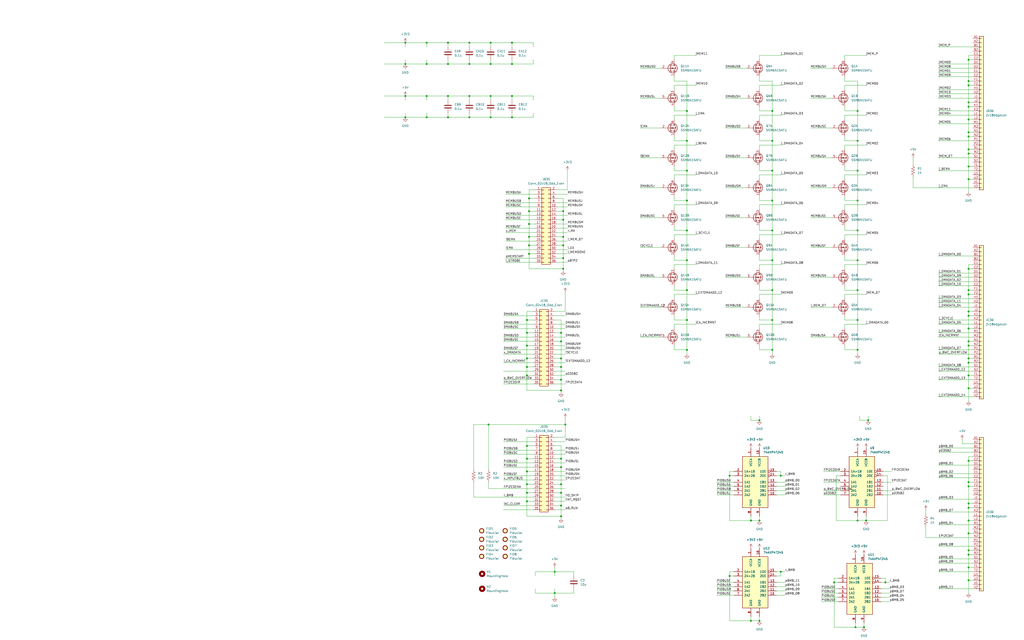
<source format=kicad_sch>
(kicad_sch (version 20230121) (generator eeschema)
  (paper "User" 609.6 381)
  (junction (at 334.01 307.34))
  (junction (at 576.58 185.42))
  (junction (at 241.3 69.85))
  (junction (at 510.54 172.72))
  (junction (at 314.96 140.97))
  (junction (at 576.58 106.68))
  (junction (at 313.69 288.29))
  (junction (at 314.96 146.05))
  (junction (at 313.69 298.45))
  (junction (at 241.3 25.4))
  (junction (at 334.01 226.06))
  (junction (at 576.58 160.02))
  (junction (at 576.58 327.66))
  (junction (at 334.01 213.36))
  (junction (at 576.58 81.28))
  (junction (at 241.3 57.15))
  (junction (at 313.69 293.37))
  (junction (at 266.7 38.1))
  (junction (at 335.28 125.73))
  (junction (at 408.94 83.82))
  (junction (at 576.58 231.14))
  (junction (at 459.74 172.72))
  (junction (at 516.89 250.19))
  (junction (at 314.96 118.11))
  (junction (at 510.54 137.16))
  (junction (at 576.58 71.12))
  (junction (at 459.74 119.38))
  (junction (at 464.82 340.36))
  (junction (at 576.58 175.26))
  (junction (at 576.58 50.8))
  (junction (at 434.34 342.9))
  (junction (at 576.58 35.56))
  (junction (at 330.2 340.36))
  (junction (at 335.28 140.97))
  (junction (at 313.69 280.67))
  (junction (at 576.58 205.74))
  (junction (at 576.58 203.2))
  (junction (at 334.01 218.44))
  (junction (at 576.58 302.26))
  (junction (at 254 38.1))
  (junction (at 335.28 153.67))
  (junction (at 459.74 66.04))
  (junction (at 408.94 172.72))
  (junction (at 266.7 57.15))
  (junction (at 266.7 69.85))
  (junction (at 334.01 232.41))
  (junction (at 304.8 25.4))
  (junction (at 510.54 190.5))
  (junction (at 408.94 101.6))
  (junction (at 408.94 119.38))
  (junction (at 459.74 101.6))
  (junction (at 576.58 223.52))
  (junction (at 510.54 208.28))
  (junction (at 576.58 345.44))
  (junction (at 447.04 309.88))
  (junction (at 576.58 172.72))
  (junction (at 514.35 373.38))
  (junction (at 335.28 146.05))
  (junction (at 408.94 66.04))
  (junction (at 408.94 137.16))
  (junction (at 576.58 91.44))
  (junction (at 292.1 38.1))
  (junction (at 241.3 38.1))
  (junction (at 254 25.4))
  (junction (at 313.69 190.5))
  (junction (at 304.8 69.85))
  (junction (at 576.58 215.9))
  (junction (at 408.94 154.94))
  (junction (at 292.1 69.85))
  (junction (at 576.58 337.82))
  (junction (at 510.54 101.6))
  (junction (at 334.01 288.29))
  (junction (at 334.01 273.05))
  (junction (at 576.58 317.5))
  (junction (at 510.54 119.38))
  (junction (at 313.69 273.05))
  (junction (at 576.58 78.74))
  (junction (at 335.28 130.81))
  (junction (at 452.12 369.57))
  (junction (at 266.7 25.4))
  (junction (at 459.74 83.82))
  (junction (at 459.74 137.16))
  (junction (at 576.58 287.02))
  (junction (at 292.1 57.15))
  (junction (at 408.94 208.28))
  (junction (at 459.74 154.94))
  (junction (at 510.54 66.04))
  (junction (at 527.05 346.71))
  (junction (at 464.82 283.21))
  (junction (at 254 69.85))
  (junction (at 314.96 151.13))
  (junction (at 515.62 309.88))
  (junction (at 334.01 203.2))
  (junction (at 279.4 69.85))
  (junction (at 576.58 48.26))
  (junction (at 576.58 187.96))
  (junction (at 576.58 274.32))
  (junction (at 334.01 278.13))
  (junction (at 304.8 38.1))
  (junction (at 279.4 25.4))
  (junction (at 576.58 63.5))
  (junction (at 576.58 289.56))
  (junction (at 334.01 300.99))
  (junction (at 279.4 57.15))
  (junction (at 496.57 346.71))
  (junction (at 452.12 250.19))
  (junction (at 313.69 223.52))
  (junction (at 576.58 309.88))
  (junction (at 510.54 83.82))
  (junction (at 313.69 218.44))
  (junction (at 509.27 373.38))
  (junction (at 304.8 57.15))
  (junction (at 330.2 353.06))
  (junction (at 254 57.15))
  (junction (at 576.58 60.96))
  (junction (at 452.12 309.88))
  (junction (at 576.58 213.36))
  (junction (at 576.58 299.72))
  (junction (at 290.83 252.73))
  (junction (at 334.01 198.12))
  (junction (at 510.54 309.88))
  (junction (at 313.69 198.12))
  (junction (at 336.55 252.73))
  (junction (at 510.54 154.94))
  (junction (at 408.94 190.5))
  (junction (at 313.69 213.36))
  (junction (at 313.69 205.74))
  (junction (at 292.1 25.4))
  (junction (at 334.01 293.37))
  (junction (at 447.04 369.57))
  (junction (at 459.74 190.5))
  (junction (at 314.96 125.73))
  (junction (at 335.28 160.02))
  (junction (at 434.34 283.21))
  (junction (at 314.96 133.35))
  (junction (at 576.58 88.9))
  (junction (at 313.69 265.43))
  (junction (at 576.58 330.2))
  (junction (at 459.74 208.28))
  (junction (at 279.4 38.1))
  (junction (at 576.58 195.58))
  (junction (at 576.58 99.06))
  (wire (pts (xy 576.58 299.72) (xy 576.58 289.56)))
  (wire (pts (xy 502.92 152.4) (xy 502.92 154.94)))
  (wire (pts (xy 527.05 344.17) (xy 524.51 344.17)))
  (wire (pts (xy 330.2 353.06) (xy 330.2 355.6)))
  (wire (pts (xy 502.92 48.26) (xy 510.54 48.26)))
  (wire (pts (xy 452.12 106.68) (xy 452.12 104.14)))
  (wire (pts (xy 576.58 81.28) (xy 579.12 81.28)))
  (wire (pts (xy 330.2 223.52) (xy 336.55 223.52)))
  (wire (pts (xy 431.8 200.66) (xy 444.5 200.66)))
  (wire (pts (xy 299.72 208.28) (xy 317.5 208.28)))
  (wire (pts (xy 381 76.2) (xy 393.7 76.2)))
  (wire (pts (xy 452.12 104.14) (xy 464.82 104.14)))
  (wire (pts (xy 313.69 190.5) (xy 317.5 190.5)))
  (wire (pts (xy 462.28 346.71) (xy 467.36 346.71)))
  (wire (pts (xy 254 67.31) (xy 254 69.85)))
  (wire (pts (xy 426.72 292.1) (xy 436.88 292.1)))
  (wire (pts (xy 330.2 200.66) (xy 336.55 200.66)))
  (wire (pts (xy 576.58 35.56) (xy 576.58 33.02)))
  (wire (pts (xy 330.2 262.89) (xy 336.55 262.89)))
  (wire (pts (xy 576.58 302.26) (xy 576.58 299.72)))
  (wire (pts (xy 401.32 86.36) (xy 414.02 86.36)))
  (wire (pts (xy 314.96 146.05) (xy 318.77 146.05)))
  (wire (pts (xy 576.58 114.3) (xy 576.58 106.68)))
  (wire (pts (xy 551.18 313.69) (xy 551.18 320.04)))
  (wire (pts (xy 331.47 123.19) (xy 337.82 123.19)))
  (wire (pts (xy 331.47 148.59) (xy 337.82 148.59)))
  (wire (pts (xy 299.72 200.66) (xy 317.5 200.66)))
  (wire (pts (xy 452.12 33.02) (xy 464.82 33.02)))
  (wire (pts (xy 452.12 193.04) (xy 464.82 193.04)))
  (wire (pts (xy 336.55 248.92) (xy 336.55 252.73)))
  (wire (pts (xy 304.8 38.1) (xy 317.5 38.1)))
  (wire (pts (xy 576.58 35.56) (xy 579.12 35.56)))
  (wire (pts (xy 314.96 151.13) (xy 314.96 160.02)))
  (wire (pts (xy 452.12 208.28) (xy 452.12 205.74)))
  (wire (pts (xy 502.92 121.92) (xy 515.62 121.92)))
  (wire (pts (xy 434.34 283.21) (xy 434.34 309.88)))
  (wire (pts (xy 331.47 156.21) (xy 337.82 156.21)))
  (wire (pts (xy 576.58 205.74) (xy 579.12 205.74)))
  (wire (pts (xy 452.12 116.84) (xy 452.12 119.38)))
  (wire (pts (xy 313.69 218.44) (xy 317.5 218.44)))
  (wire (pts (xy 331.47 125.73) (xy 335.28 125.73)))
  (wire (pts (xy 497.84 283.21) (xy 500.38 283.21)))
  (wire (pts (xy 551.18 303.53) (xy 551.18 306.07)))
  (wire (pts (xy 330.2 300.99) (xy 334.01 300.99)))
  (wire (pts (xy 401.32 154.94) (xy 408.94 154.94)))
  (wire (pts (xy 408.94 208.28) (xy 408.94 210.82)))
  (wire (pts (xy 334.01 288.29) (xy 334.01 293.37)))
  (wire (pts (xy 576.58 78.74) (xy 576.58 71.12)))
  (wire (pts (xy 290.83 252.73) (xy 290.83 279.4)))
  (wire (pts (xy 576.58 299.72) (xy 579.12 299.72)))
  (wire (pts (xy 502.92 101.6) (xy 510.54 101.6)))
  (wire (pts (xy 292.1 25.4) (xy 292.1 27.94)))
  (wire (pts (xy 488.95 353.06) (xy 499.11 353.06)))
  (wire (pts (xy 313.69 205.74) (xy 313.69 213.36)))
  (wire (pts (xy 401.32 48.26) (xy 408.94 48.26)))
  (wire (pts (xy 401.32 63.5) (xy 401.32 66.04)))
  (wire (pts (xy 558.8 55.88) (xy 579.12 55.88)))
  (wire (pts (xy 313.69 273.05) (xy 313.69 280.67)))
  (wire (pts (xy 434.34 309.88) (xy 447.04 309.88)))
  (wire (pts (xy 502.92 154.94) (xy 510.54 154.94)))
  (wire (pts (xy 576.58 60.96) (xy 579.12 60.96)))
  (wire (pts (xy 334.01 203.2) (xy 334.01 213.36)))
  (wire (pts (xy 330.2 295.91) (xy 336.55 295.91)))
  (wire (pts (xy 331.47 138.43) (xy 337.82 138.43)))
  (wire (pts (xy 558.8 165.1) (xy 579.12 165.1)))
  (wire (pts (xy 408.94 119.38) (xy 408.94 137.16)))
  (wire (pts (xy 279.4 25.4) (xy 279.4 27.94)))
  (wire (pts (xy 330.2 288.29) (xy 334.01 288.29)))
  (wire (pts (xy 543.56 111.76) (xy 543.56 105.41)))
  (wire (pts (xy 434.34 342.9) (xy 434.34 369.57)))
  (wire (pts (xy 576.58 106.68) (xy 576.58 99.06)))
  (wire (pts (xy 330.2 280.67) (xy 336.55 280.67)))
  (wire (pts (xy 331.47 135.89) (xy 337.82 135.89)))
  (wire (pts (xy 313.69 307.34) (xy 334.01 307.34)))
  (wire (pts (xy 452.12 119.38) (xy 459.74 119.38)))
  (wire (pts (xy 576.58 160.02) (xy 576.58 157.48)))
  (wire (pts (xy 462.28 287.02) (xy 467.36 287.02)))
  (wire (pts (xy 558.8 269.24) (xy 579.12 269.24)))
  (wire (pts (xy 452.12 187.96) (xy 452.12 190.5)))
  (wire (pts (xy 431.8 129.54) (xy 444.5 129.54)))
  (wire (pts (xy 524.51 355.6) (xy 529.59 355.6)))
  (wire (pts (xy 317.5 59.69) (xy 317.5 57.15)))
  (wire (pts (xy 299.72 220.98) (xy 317.5 220.98)))
  (wire (pts (xy 313.69 223.52) (xy 317.5 223.52)))
  (wire (pts (xy 304.8 57.15) (xy 292.1 57.15)))
  (wire (pts (xy 299.72 226.06) (xy 317.5 226.06)))
  (wire (pts (xy 509.27 373.38) (xy 509.27 370.84)))
  (wire (pts (xy 401.32 101.6) (xy 408.94 101.6)))
  (wire (pts (xy 336.55 173.99) (xy 336.55 185.42)))
  (wire (pts (xy 502.92 160.02) (xy 502.92 157.48)))
  (wire (pts (xy 334.01 273.05) (xy 334.01 278.13)))
  (wire (pts (xy 313.69 298.45) (xy 317.5 298.45)))
  (wire (pts (xy 459.74 208.28) (xy 459.74 210.82)))
  (wire (pts (xy 401.32 106.68) (xy 401.32 104.14)))
  (wire (pts (xy 459.74 154.94) (xy 459.74 172.72)))
  (wire (pts (xy 241.3 35.56) (xy 241.3 38.1)))
  (wire (pts (xy 576.58 160.02) (xy 579.12 160.02)))
  (wire (pts (xy 558.8 43.18) (xy 579.12 43.18)))
  (wire (pts (xy 452.12 160.02) (xy 452.12 157.48)))
  (wire (pts (xy 304.8 25.4) (xy 304.8 27.94)))
  (wire (pts (xy 330.2 293.37) (xy 334.01 293.37)))
  (wire (pts (xy 335.28 140.97) (xy 335.28 146.05)))
  (wire (pts (xy 330.2 198.12) (xy 334.01 198.12)))
  (wire (pts (xy 525.78 287.02) (xy 530.86 287.02)))
  (wire (pts (xy 510.54 137.16) (xy 510.54 154.94)))
  (wire (pts (xy 525.78 280.67) (xy 530.86 280.67)))
  (wire (pts (xy 558.8 198.12) (xy 579.12 198.12)))
  (wire (pts (xy 514.35 373.38) (xy 509.27 373.38)))
  (wire (pts (xy 502.92 139.7) (xy 515.62 139.7)))
  (wire (pts (xy 459.74 83.82) (xy 459.74 101.6)))
  (wire (pts (xy 330.2 213.36) (xy 334.01 213.36)))
  (wire (pts (xy 525.78 283.21) (xy 528.32 283.21)))
  (wire (pts (xy 447.04 250.19) (xy 447.04 247.65)))
  (wire (pts (xy 452.12 367.03) (xy 452.12 369.57)))
  (wire (pts (xy 576.58 195.58) (xy 576.58 187.96)))
  (wire (pts (xy 300.99 138.43) (xy 318.77 138.43)))
  (wire (pts (xy 314.96 151.13) (xy 318.77 151.13)))
  (wire (pts (xy 334.01 226.06) (xy 334.01 232.41)))
  (wire (pts (xy 459.74 137.16) (xy 459.74 154.94)))
  (wire (pts (xy 525.78 294.64) (xy 530.86 294.64)))
  (wire (pts (xy 300.99 148.59) (xy 318.77 148.59)))
  (wire (pts (xy 558.8 208.28) (xy 579.12 208.28)))
  (wire (pts (xy 452.12 177.8) (xy 452.12 175.26)))
  (wire (pts (xy 497.84 283.21) (xy 497.84 309.88)))
  (wire (pts (xy 576.58 33.02) (xy 579.12 33.02)))
  (wire (pts (xy 576.58 71.12) (xy 579.12 71.12)))
  (wire (pts (xy 300.99 128.27) (xy 318.77 128.27)))
  (wire (pts (xy 330.2 215.9) (xy 336.55 215.9)))
  (wire (pts (xy 334.01 198.12) (xy 334.01 203.2)))
  (wire (pts (xy 576.58 215.9) (xy 576.58 213.36)))
  (wire (pts (xy 576.58 337.82) (xy 579.12 337.82)))
  (wire (pts (xy 254 38.1) (xy 266.7 38.1)))
  (wire (pts (xy 510.54 208.28) (xy 502.92 208.28)))
  (wire (pts (xy 502.92 86.36) (xy 515.62 86.36)))
  (wire (pts (xy 331.47 140.97) (xy 335.28 140.97)))
  (wire (pts (xy 330.2 275.59) (xy 336.55 275.59)))
  (wire (pts (xy 558.8 177.8) (xy 579.12 177.8)))
  (wire (pts (xy 292.1 57.15) (xy 279.4 57.15)))
  (wire (pts (xy 330.2 267.97) (xy 336.55 267.97)))
  (wire (pts (xy 464.82 340.36) (xy 467.36 340.36)))
  (wire (pts (xy 490.22 292.1) (xy 500.38 292.1)))
  (wire (pts (xy 514.35 370.84) (xy 514.35 373.38)))
  (wire (pts (xy 300.99 130.81) (xy 318.77 130.81)))
  (wire (pts (xy 462.28 342.9) (xy 464.82 342.9)))
  (wire (pts (xy 558.8 58.42) (xy 579.12 58.42)))
  (wire (pts (xy 510.54 190.5) (xy 510.54 208.28)))
  (wire (pts (xy 436.88 280.67) (xy 434.34 280.67)))
  (wire (pts (xy 401.32 139.7) (xy 414.02 139.7)))
  (wire (pts (xy 426.72 289.56) (xy 436.88 289.56)))
  (wire (pts (xy 401.32 157.48) (xy 414.02 157.48)))
  (wire (pts (xy 558.8 312.42) (xy 579.12 312.42)))
  (wire (pts (xy 576.58 48.26) (xy 579.12 48.26)))
  (wire (pts (xy 502.92 134.62) (xy 502.92 137.16)))
  (wire (pts (xy 558.8 193.04) (xy 579.12 193.04)))
  (wire (pts (xy 381 165.1) (xy 393.7 165.1)))
  (wire (pts (xy 558.8 200.66) (xy 579.12 200.66)))
  (wire (pts (xy 401.32 83.82) (xy 408.94 83.82)))
  (wire (pts (xy 502.92 106.68) (xy 502.92 104.14)))
  (wire (pts (xy 558.8 340.36) (xy 579.12 340.36)))
  (wire (pts (xy 292.1 35.56) (xy 292.1 38.1)))
  (wire (pts (xy 401.32 124.46) (xy 401.32 121.92)))
  (wire (pts (xy 431.8 58.42) (xy 444.5 58.42)))
  (wire (pts (xy 299.72 283.21) (xy 317.5 283.21)))
  (wire (pts (xy 576.58 60.96) (xy 576.58 50.8)))
  (wire (pts (xy 558.8 266.7) (xy 579.12 266.7)))
  (wire (pts (xy 576.58 271.78) (xy 579.12 271.78)))
  (wire (pts (xy 330.2 205.74) (xy 336.55 205.74)))
  (wire (pts (xy 502.92 33.02) (xy 515.62 33.02)))
  (wire (pts (xy 299.72 195.58) (xy 317.5 195.58)))
  (wire (pts (xy 331.47 118.11) (xy 335.28 118.11)))
  (wire (pts (xy 452.12 309.88) (xy 447.04 309.88)))
  (wire (pts (xy 452.12 157.48) (xy 464.82 157.48)))
  (wire (pts (xy 331.47 133.35) (xy 337.82 133.35)))
  (wire (pts (xy 318.77 350.52) (xy 318.77 353.06)))
  (wire (pts (xy 558.8 210.82) (xy 579.12 210.82)))
  (wire (pts (xy 331.47 146.05) (xy 335.28 146.05)))
  (wire (pts (xy 334.01 300.99) (xy 334.01 307.34)))
  (wire (pts (xy 510.54 119.38) (xy 510.54 137.16)))
  (wire (pts (xy 337.82 101.6) (xy 337.82 113.03)))
  (wire (pts (xy 318.77 340.36) (xy 330.2 340.36)))
  (wire (pts (xy 510.54 48.26) (xy 510.54 66.04)))
  (wire (pts (xy 290.83 252.73) (xy 336.55 252.73)))
  (wire (pts (xy 401.32 53.34) (xy 401.32 50.8)))
  (wire (pts (xy 452.12 121.92) (xy 464.82 121.92)))
  (wire (pts (xy 558.8 335.28) (xy 579.12 335.28)))
  (wire (pts (xy 313.69 223.52) (xy 313.69 232.41)))
  (wire (pts (xy 558.8 332.74) (xy 579.12 332.74)))
  (wire (pts (xy 331.47 151.13) (xy 337.82 151.13)))
  (wire (pts (xy 330.2 195.58) (xy 336.55 195.58)))
  (wire (pts (xy 313.69 265.43) (xy 317.5 265.43)))
  (wire (pts (xy 381 40.64) (xy 393.7 40.64)))
  (wire (pts (xy 313.69 265.43) (xy 313.69 273.05)))
  (wire (pts (xy 401.32 160.02) (xy 401.32 157.48)))
  (wire (pts (xy 502.92 45.72) (xy 502.92 48.26)))
  (wire (pts (xy 266.7 57.15) (xy 254 57.15)))
  (wire (pts (xy 313.69 190.5) (xy 313.69 198.12)))
  (wire (pts (xy 558.8 83.82) (xy 579.12 83.82)))
  (wire (pts (xy 401.32 99.06) (xy 401.32 101.6)))
  (wire (pts (xy 558.8 220.98) (xy 579.12 220.98)))
  (wire (pts (xy 330.2 208.28) (xy 336.55 208.28)))
  (wire (pts (xy 459.74 101.6) (xy 459.74 119.38)))
  (wire (pts (xy 576.58 345.44) (xy 579.12 345.44)))
  (wire (pts (xy 330.2 210.82) (xy 336.55 210.82)))
  (wire (pts (xy 266.7 69.85) (xy 279.4 69.85)))
  (wire (pts (xy 482.6 93.98) (xy 495.3 93.98)))
  (wire (pts (xy 426.72 346.71) (xy 436.88 346.71)))
  (wire (pts (xy 576.58 106.68) (xy 579.12 106.68)))
  (wire (pts (xy 314.96 125.73) (xy 314.96 133.35)))
  (wire (pts (xy 279.4 35.56) (xy 279.4 38.1)))
  (wire (pts (xy 401.32 152.4) (xy 401.32 154.94)))
  (wire (pts (xy 558.8 101.6) (xy 579.12 101.6)))
  (wire (pts (xy 426.72 351.79) (xy 436.88 351.79)))
  (wire (pts (xy 452.12 48.26) (xy 459.74 48.26)))
  (wire (pts (xy 408.94 154.94) (xy 408.94 172.72)))
  (wire (pts (xy 558.8 66.04) (xy 579.12 66.04)))
  (wire (pts (xy 482.6 58.42) (xy 495.3 58.42)))
  (wire (pts (xy 576.58 185.42) (xy 576.58 175.26)))
  (wire (pts (xy 464.82 342.9) (xy 464.82 340.36)))
  (wire (pts (xy 576.58 50.8) (xy 576.58 48.26)))
  (wire (pts (xy 266.7 35.56) (xy 266.7 38.1)))
  (wire (pts (xy 452.12 142.24) (xy 452.12 139.7)))
  (wire (pts (xy 300.99 123.19) (xy 318.77 123.19)))
  (wire (pts (xy 335.28 118.11) (xy 335.28 125.73)))
  (wire (pts (xy 576.58 327.66) (xy 579.12 327.66)))
  (wire (pts (xy 576.58 81.28) (xy 576.58 78.74)))
  (wire (pts (xy 452.12 190.5) (xy 459.74 190.5)))
  (wire (pts (xy 334.01 278.13) (xy 334.01 288.29)))
  (wire (pts (xy 434.34 340.36) (xy 434.34 342.9)))
  (wire (pts (xy 408.94 172.72) (xy 408.94 190.5)))
  (wire (pts (xy 502.92 83.82) (xy 510.54 83.82)))
  (wire (pts (xy 335.28 130.81) (xy 335.28 140.97)))
  (wire (pts (xy 330.2 220.98) (xy 336.55 220.98)))
  (wire (pts (xy 292.1 25.4) (xy 279.4 25.4)))
  (wire (pts (xy 314.96 118.11) (xy 318.77 118.11)))
  (wire (pts (xy 502.92 193.04) (xy 515.62 193.04)))
  (wire (pts (xy 524.51 350.52) (xy 529.59 350.52)))
  (wire (pts (xy 524.51 353.06) (xy 529.59 353.06)))
  (wire (pts (xy 434.34 342.9) (xy 436.88 342.9)))
  (wire (pts (xy 499.11 344.17) (xy 496.57 344.17)))
  (wire (pts (xy 452.12 83.82) (xy 459.74 83.82)))
  (wire (pts (xy 279.4 25.4) (xy 266.7 25.4)))
  (wire (pts (xy 502.92 119.38) (xy 510.54 119.38)))
  (wire (pts (xy 488.95 358.14) (xy 499.11 358.14)))
  (wire (pts (xy 300.99 115.57) (xy 318.77 115.57)))
  (wire (pts (xy 300.99 156.21) (xy 318.77 156.21)))
  (wire (pts (xy 452.12 53.34) (xy 452.12 50.8)))
  (wire (pts (xy 502.92 63.5) (xy 502.92 66.04)))
  (wire (pts (xy 452.12 172.72) (xy 459.74 172.72)))
  (wire (pts (xy 576.58 213.36) (xy 579.12 213.36)))
  (wire (pts (xy 318.77 113.03) (xy 314.96 113.03)))
  (wire (pts (xy 511.81 250.19) (xy 511.81 247.65)))
  (wire (pts (xy 330.2 340.36) (xy 341.63 340.36)))
  (wire (pts (xy 452.12 101.6) (xy 459.74 101.6)))
  (wire (pts (xy 576.58 317.5) (xy 576.58 309.88)))
  (wire (pts (xy 381 111.76) (xy 393.7 111.76)))
  (wire (pts (xy 279.4 38.1) (xy 292.1 38.1)))
  (wire (pts (xy 304.8 57.15) (xy 304.8 59.69)))
  (wire (pts (xy 502.92 81.28) (xy 502.92 83.82)))
  (wire (pts (xy 452.12 99.06) (xy 452.12 101.6)))
  (wire (pts (xy 558.8 162.56) (xy 579.12 162.56)))
  (wire (pts (xy 299.72 215.9) (xy 317.5 215.9)))
  (wire (pts (xy 482.6 200.66) (xy 495.3 200.66)))
  (wire (pts (xy 502.92 88.9) (xy 502.92 86.36)))
  (wire (pts (xy 313.69 218.44) (xy 313.69 223.52)))
  (wire (pts (xy 266.7 25.4) (xy 266.7 27.94)))
  (wire (pts (xy 299.72 228.6) (xy 317.5 228.6)))
  (wire (pts (xy 313.69 198.12) (xy 313.69 205.74)))
  (wire (pts (xy 426.72 287.02) (xy 436.88 287.02)))
  (wire (pts (xy 228.6 38.1) (xy 241.3 38.1)))
  (wire (pts (xy 452.12 247.65) (xy 452.12 250.19)))
  (wire (pts (xy 381 129.54) (xy 393.7 129.54)))
  (wire (pts (xy 572.77 264.16) (xy 572.77 261.62)))
  (wire (pts (xy 558.8 182.88) (xy 579.12 182.88)))
  (wire (pts (xy 524.51 358.14) (xy 529.59 358.14)))
  (wire (pts (xy 313.69 185.42) (xy 313.69 190.5)))
  (wire (pts (xy 304.8 35.56) (xy 304.8 38.1)))
  (wire (pts (xy 330.2 340.36) (xy 330.2 342.9)))
  (wire (pts (xy 313.69 288.29) (xy 317.5 288.29)))
  (wire (pts (xy 341.63 350.52) (xy 341.63 353.06)))
  (wire (pts (xy 401.32 208.28) (xy 401.32 205.74)))
  (wire (pts (xy 254 35.56) (xy 254 38.1)))
  (wire (pts (xy 279.4 69.85) (xy 292.1 69.85)))
  (wire (pts (xy 434.34 280.67) (xy 434.34 283.21)))
  (wire (pts (xy 452.12 195.58) (xy 452.12 193.04)))
  (wire (pts (xy 254 25.4) (xy 241.3 25.4)))
  (wire (pts (xy 266.7 57.15) (xy 266.7 59.69)))
  (wire (pts (xy 330.2 270.51) (xy 336.55 270.51)))
  (wire (pts (xy 576.58 91.44) (xy 579.12 91.44)))
  (wire (pts (xy 576.58 175.26) (xy 579.12 175.26)))
  (wire (pts (xy 401.32 195.58) (xy 401.32 193.04)))
  (wire (pts (xy 330.2 303.53) (xy 336.55 303.53)))
  (wire (pts (xy 576.58 50.8) (xy 579.12 50.8)))
  (wire (pts (xy 516.89 250.19) (xy 511.81 250.19)))
  (wire (pts (xy 330.2 290.83) (xy 336.55 290.83)))
  (wire (pts (xy 502.92 142.24) (xy 502.92 139.7)))
  (wire (pts (xy 401.32 81.28) (xy 401.32 83.82)))
  (wire (pts (xy 314.96 133.35) (xy 314.96 140.97)))
  (wire (pts (xy 335.28 125.73) (xy 335.28 130.81)))
  (wire (pts (xy 335.28 160.02) (xy 335.28 161.29)))
  (wire (pts (xy 401.32 134.62) (xy 401.32 137.16)))
  (wire (pts (xy 299.72 303.53) (xy 317.5 303.53)))
  (wire (pts (xy 576.58 287.02) (xy 576.58 274.32)))
  (wire (pts (xy 558.8 167.64) (xy 579.12 167.64)))
  (wire (pts (xy 317.5 260.35) (xy 313.69 260.35)))
  (wire (pts (xy 266.7 25.4) (xy 254 25.4)))
  (wire (pts (xy 462.28 294.64) (xy 467.36 294.64)))
  (wire (pts (xy 254 57.15) (xy 254 59.69)))
  (wire (pts (xy 314.96 140.97) (xy 314.96 146.05)))
  (wire (pts (xy 510.54 208.28) (xy 510.54 210.82)))
  (wire (pts (xy 337.82 113.03) (xy 331.47 113.03)))
  (wire (pts (xy 304.8 67.31) (xy 304.8 69.85)))
  (wire (pts (xy 314.96 118.11) (xy 314.96 125.73)))
  (wire (pts (xy 543.56 111.76) (xy 579.12 111.76)))
  (wire (pts (xy 558.8 180.34) (xy 579.12 180.34)))
  (wire (pts (xy 334.01 265.43) (xy 334.01 273.05)))
  (wire (pts (xy 292.1 38.1) (xy 304.8 38.1)))
  (wire (pts (xy 254 57.15) (xy 241.3 57.15)))
  (wire (pts (xy 502.92 187.96) (xy 502.92 190.5)))
  (wire (pts (xy 241.3 57.15) (xy 241.3 59.69)))
  (wire (pts (xy 558.8 325.12) (xy 579.12 325.12)))
  (wire (pts (xy 576.58 287.02) (xy 579.12 287.02)))
  (wire (pts (xy 576.58 317.5) (xy 579.12 317.5)))
  (wire (pts (xy 558.8 218.44) (xy 579.12 218.44)))
  (wire (pts (xy 576.58 309.88) (xy 579.12 309.88)))
  (wire (pts (xy 496.57 346.71) (xy 499.11 346.71)))
  (wire (pts (xy 300.99 153.67) (xy 318.77 153.67)))
  (wire (pts (xy 452.12 139.7) (xy 464.82 139.7)))
  (wire (pts (xy 401.32 175.26) (xy 414.02 175.26)))
  (wire (pts (xy 334.01 232.41) (xy 334.01 233.68)))
  (wire (pts (xy 401.32 71.12) (xy 401.32 68.58)))
  (wire (pts (xy 576.58 309.88) (xy 576.58 302.26)))
  (wire (pts (xy 452.12 86.36) (xy 464.82 86.36)))
  (wire (pts (xy 330.2 353.06) (xy 341.63 353.06)))
  (wire (pts (xy 401.32 187.96) (xy 401.32 190.5)))
  (wire (pts (xy 317.5 38.1) (xy 317.5 35.56)))
  (wire (pts (xy 408.94 66.04) (xy 408.94 83.82)))
  (wire (pts (xy 558.8 226.06) (xy 579.12 226.06)))
  (wire (pts (xy 401.32 88.9) (xy 401.32 86.36)))
  (wire (pts (xy 241.3 38.1) (xy 254 38.1)))
  (wire (pts (xy 488.95 350.52) (xy 499.11 350.52)))
  (wire (pts (xy 510.54 309.88) (xy 510.54 307.34)))
  (wire (pts (xy 452.12 250.19) (xy 447.04 250.19)))
  (wire (pts (xy 330.2 298.45) (xy 336.55 298.45)))
  (wire (pts (xy 459.74 48.26) (xy 459.74 66.04)))
  (wire (pts (xy 401.32 193.04) (xy 414.02 193.04)))
  (wire (pts (xy 452.12 50.8) (xy 464.82 50.8)))
  (wire (pts (xy 576.58 203.2) (xy 576.58 195.58)))
  (wire (pts (xy 313.69 205.74) (xy 317.5 205.74)))
  (wire (pts (xy 576.58 238.76) (xy 576.58 231.14)))
  (wire (pts (xy 482.6 147.32) (xy 495.3 147.32)))
  (wire (pts (xy 576.58 63.5) (xy 576.58 60.96)))
  (wire (pts (xy 331.47 143.51) (xy 337.82 143.51)))
  (wire (pts (xy 426.72 354.33) (xy 436.88 354.33)))
  (wire (pts (xy 408.94 208.28) (xy 401.32 208.28)))
  (wire (pts (xy 576.58 185.42) (xy 579.12 185.42)))
  (wire (pts (xy 334.01 307.34) (xy 334.01 308.61)))
  (wire (pts (xy 254 25.4) (xy 254 27.94)))
  (wire (pts (xy 502.92 124.46) (xy 502.92 121.92)))
  (wire (pts (xy 452.12 134.62) (xy 452.12 137.16)))
  (wire (pts (xy 317.5 27.94) (xy 317.5 25.4)))
  (wire (pts (xy 502.92 71.12) (xy 502.92 68.58)))
  (wire (pts (xy 558.8 68.58) (xy 579.12 68.58)))
  (wire (pts (xy 482.6 40.64) (xy 495.3 40.64)))
  (wire (pts (xy 299.72 275.59) (xy 317.5 275.59)))
  (wire (pts (xy 317.5 57.15) (xy 304.8 57.15)))
  (wire (pts (xy 335.28 153.67) (xy 335.28 160.02)))
  (wire (pts (xy 576.58 231.14) (xy 576.58 223.52)))
  (wire (pts (xy 408.94 190.5) (xy 408.94 208.28)))
  (wire (pts (xy 381 200.66) (xy 393.7 200.66)))
  (wire (pts (xy 279.4 57.15) (xy 266.7 57.15)))
  (wire (pts (xy 266.7 38.1) (xy 279.4 38.1)))
  (wire (pts (xy 576.58 274.32) (xy 579.12 274.32)))
  (wire (pts (xy 436.88 340.36) (xy 434.34 340.36)))
  (wire (pts (xy 576.58 330.2) (xy 579.12 330.2)))
  (wire (pts (xy 452.12 170.18) (xy 452.12 172.72)))
  (wire (pts (xy 576.58 289.56) (xy 579.12 289.56)))
  (wire (pts (xy 281.94 287.02) (xy 281.94 295.91)))
  (wire (pts (xy 576.58 302.26) (xy 579.12 302.26)))
  (wire (pts (xy 241.3 25.4) (xy 228.6 25.4)))
  (wire (pts (xy 317.5 185.42) (xy 313.69 185.42)))
  (wire (pts (xy 452.12 152.4) (xy 452.12 154.94)))
  (wire (pts (xy 314.96 140.97) (xy 318.77 140.97)))
  (wire (pts (xy 576.58 172.72) (xy 579.12 172.72)))
  (wire (pts (xy 334.01 213.36) (xy 334.01 218.44)))
  (wire (pts (xy 330.2 190.5) (xy 334.01 190.5)))
  (wire (pts (xy 459.74 190.5) (xy 459.74 208.28)))
  (wire (pts (xy 462.28 292.1) (xy 467.36 292.1)))
  (wire (pts (xy 452.12 88.9) (xy 452.12 86.36)))
  (wire (pts (xy 317.5 25.4) (xy 304.8 25.4)))
  (wire (pts (xy 381 58.42) (xy 393.7 58.42)))
  (wire (pts (xy 452.12 124.46) (xy 452.12 121.92)))
  (wire (pts (xy 299.72 278.13) (xy 317.5 278.13)))
  (wire (pts (xy 558.8 170.18) (xy 579.12 170.18)))
  (wire (pts (xy 452.12 175.26) (xy 464.82 175.26)))
  (wire (pts (xy 299.72 270.51) (xy 317.5 270.51)))
  (wire (pts (xy 576.58 187.96) (xy 579.12 187.96)))
  (wire (pts (xy 576.58 157.48) (xy 579.12 157.48)))
  (wire (pts (xy 336.55 185.42) (xy 330.2 185.42)))
  (wire (pts (xy 462.28 354.33) (xy 467.36 354.33)))
  (wire (pts (xy 331.47 130.81) (xy 335.28 130.81)))
  (wire (pts (xy 290.83 287.02) (xy 290.83 290.83)))
  (wire (pts (xy 314.96 113.03) (xy 314.96 118.11)))
  (wire (pts (xy 502.92 157.48) (xy 515.62 157.48)))
  (wire (pts (xy 313.69 298.45) (xy 313.69 307.34)))
  (wire (pts (xy 408.94 83.82) (xy 408.94 101.6)))
  (wire (pts (xy 576.58 231.14) (xy 579.12 231.14)))
  (wire (pts (xy 576.58 78.74) (xy 579.12 78.74)))
  (wire (pts (xy 330.2 337.82) (xy 330.2 340.36)))
  (wire (pts (xy 331.47 115.57) (xy 337.82 115.57)))
  (wire (pts (xy 482.6 111.76) (xy 495.3 111.76)))
  (wire (pts (xy 279.4 57.15) (xy 279.4 59.69)))
  (wire (pts (xy 299.72 285.75) (xy 317.5 285.75)))
  (wire (pts (xy 551.18 320.04) (xy 579.12 320.04)))
  (wire (pts (xy 459.74 119.38) (xy 459.74 137.16)))
  (wire (pts (xy 502.92 116.84) (xy 502.92 119.38)))
  (wire (pts (xy 408.94 48.26) (xy 408.94 66.04)))
  (wire (pts (xy 330.2 273.05) (xy 334.01 273.05)))
  (wire (pts (xy 401.32 119.38) (xy 408.94 119.38)))
  (wire (pts (xy 459.74 172.72) (xy 459.74 190.5)))
  (wire (pts (xy 502.92 35.56) (xy 502.92 33.02)))
  (wire (pts (xy 527.05 344.17) (xy 527.05 346.71)))
  (wire (pts (xy 502.92 50.8) (xy 515.62 50.8)))
  (wire (pts (xy 426.72 349.25) (xy 436.88 349.25)))
  (wire (pts (xy 576.58 88.9) (xy 579.12 88.9)))
  (wire (pts (xy 401.32 35.56) (xy 401.32 33.02)))
  (wire (pts (xy 401.32 45.72) (xy 401.32 48.26)))
  (wire (pts (xy 452.12 81.28) (xy 452.12 83.82)))
  (wire (pts (xy 299.72 203.2) (xy 317.5 203.2)))
  (wire (pts (xy 281.94 252.73) (xy 290.83 252.73)))
  (wire (pts (xy 401.32 121.92) (xy 414.02 121.92)))
  (wire (pts (xy 431.8 147.32) (xy 444.5 147.32)))
  (wire (pts (xy 336.55 252.73) (xy 336.55 260.35)))
  (wire (pts (xy 431.8 182.88) (xy 444.5 182.88)))
  (wire (pts (xy 318.77 342.9) (xy 318.77 340.36)))
  (wire (pts (xy 292.1 67.31) (xy 292.1 69.85)))
  (wire (pts (xy 334.01 218.44) (xy 334.01 226.06)))
  (wire (pts (xy 313.69 293.37) (xy 313.69 298.45)))
  (wire (pts (xy 482.6 182.88) (xy 495.3 182.88)))
  (wire (pts (xy 576.58 330.2) (xy 576.58 327.66)))
  (wire (pts (xy 510.54 83.82) (xy 510.54 101.6)))
  (wire (pts (xy 330.2 350.52) (xy 330.2 353.06)))
  (wire (pts (xy 228.6 69.85) (xy 241.3 69.85)))
  (wire (pts (xy 299.72 300.99) (xy 317.5 300.99)))
  (wire (pts (xy 313.69 273.05) (xy 317.5 273.05)))
  (wire (pts (xy 502.92 99.06) (xy 502.92 101.6)))
  (wire (pts (xy 502.92 68.58) (xy 515.62 68.58)))
  (wire (pts (xy 525.78 292.1) (xy 530.86 292.1)))
  (wire (pts (xy 524.51 346.71) (xy 527.05 346.71)))
  (wire (pts (xy 401.32 68.58) (xy 414.02 68.58)))
  (wire (pts (xy 447.04 369.57) (xy 447.04 367.03)))
  (wire (pts (xy 515.62 307.34) (xy 515.62 309.88)))
  (wire (pts (xy 330.2 187.96) (xy 336.55 187.96)))
  (wire (pts (xy 528.32 283.21) (xy 528.32 309.88)))
  (wire (pts (xy 241.3 69.85) (xy 254 69.85)))
  (wire (pts (xy 401.32 104.14) (xy 414.02 104.14)))
  (wire (pts (xy 331.47 128.27) (xy 337.82 128.27)))
  (wire (pts (xy 558.8 53.34) (xy 579.12 53.34)))
  (wire (pts (xy 330.2 265.43) (xy 334.01 265.43)))
  (wire (pts (xy 452.12 154.94) (xy 459.74 154.94)))
  (wire (pts (xy 558.8 73.66) (xy 579.12 73.66)))
  (wire (pts (xy 300.99 143.51) (xy 318.77 143.51)))
  (wire (pts (xy 464.82 283.21) (xy 467.36 283.21)))
  (wire (pts (xy 502.92 137.16) (xy 510.54 137.16)))
  (wire (pts (xy 408.94 101.6) (xy 408.94 119.38)))
  (wire (pts (xy 292.1 69.85) (xy 304.8 69.85)))
  (wire (pts (xy 576.58 99.06) (xy 579.12 99.06)))
  (wire (pts (xy 313.69 280.67) (xy 317.5 280.67)))
  (wire (pts (xy 452.12 71.12) (xy 452.12 68.58)))
  (wire (pts (xy 452.12 63.5) (xy 452.12 66.04)))
  (wire (pts (xy 314.96 160.02) (xy 335.28 160.02)))
  (wire (pts (xy 401.32 142.24) (xy 401.32 139.7)))
  (wire (pts (xy 464.82 280.67) (xy 462.28 280.67)))
  (wire (pts (xy 330.2 218.44) (xy 334.01 218.44)))
  (wire (pts (xy 558.8 276.86) (xy 579.12 276.86)))
  (wire (pts (xy 576.58 88.9) (xy 576.58 81.28)))
  (wire (pts (xy 576.58 63.5) (xy 579.12 63.5)))
  (wire (pts (xy 488.95 355.6) (xy 499.11 355.6)))
  (wire (pts (xy 336.55 260.35) (xy 330.2 260.35)))
  (wire (pts (xy 431.8 93.98) (xy 444.5 93.98)))
  (wire (pts (xy 576.58 203.2) (xy 579.12 203.2)))
  (wire (pts (xy 579.12 264.16) (xy 572.77 264.16)))
  (wire (pts (xy 313.69 293.37) (xy 317.5 293.37)))
  (wire (pts (xy 330.2 228.6) (xy 336.55 228.6)))
  (wire (pts (xy 304.8 25.4) (xy 292.1 25.4)))
  (wire (pts (xy 434.34 283.21) (xy 436.88 283.21)))
  (wire (pts (xy 401.32 177.8) (xy 401.32 175.26)))
  (wire (pts (xy 281.94 279.4) (xy 281.94 252.73)))
  (wire (pts (xy 431.8 111.76) (xy 444.5 111.76)))
  (wire (pts (xy 510.54 101.6) (xy 510.54 119.38)))
  (wire (pts (xy 431.8 76.2) (xy 444.5 76.2)))
  (wire (pts (xy 313.69 213.36) (xy 317.5 213.36)))
  (wire (pts (xy 401.32 172.72) (xy 408.94 172.72)))
  (wire (pts (xy 452.12 68.58) (xy 464.82 68.58)))
  (wire (pts (xy 576.58 223.52) (xy 576.58 215.9)))
  (wire (pts (xy 341.63 340.36) (xy 341.63 342.9)))
  (wire (pts (xy 496.57 346.71) (xy 496.57 373.38)))
  (wire (pts (xy 502.92 66.04) (xy 510.54 66.04)))
  (wire (pts (xy 502.92 208.28) (xy 502.92 205.74)))
  (wire (pts (xy 558.8 236.22) (xy 579.12 236.22)))
  (wire (pts (xy 281.94 295.91) (xy 317.5 295.91)))
  (wire (pts (xy 558.8 45.72) (xy 579.12 45.72)))
  (wire (pts (xy 452.12 137.16) (xy 459.74 137.16)))
  (wire (pts (xy 576.58 99.06) (xy 576.58 91.44)))
  (wire (pts (xy 313.69 198.12) (xy 317.5 198.12)))
  (wire (pts (xy 313.69 288.29) (xy 313.69 293.37)))
  (wire (pts (xy 330.2 193.04) (xy 336.55 193.04)))
  (wire (pts (xy 510.54 66.04) (xy 510.54 83.82)))
  (wire (pts (xy 335.28 146.05) (xy 335.28 153.67)))
  (wire (pts (xy 334.01 190.5) (xy 334.01 198.12)))
  (wire (pts (xy 558.8 93.98) (xy 579.12 93.98)))
  (wire (pts (xy 401.32 66.04) (xy 408.94 66.04)))
  (wire (pts (xy 576.58 48.26) (xy 576.58 35.56)))
  (wire (pts (xy 502.92 170.18) (xy 502.92 172.72)))
  (wire (pts (xy 401.32 170.18) (xy 401.32 172.72)))
  (wire (pts (xy 381 93.98) (xy 393.7 93.98)))
  (wire (pts (xy 266.7 67.31) (xy 266.7 69.85)))
  (wire (pts (xy 426.72 294.64) (xy 436.88 294.64)))
  (wire (pts (xy 558.8 284.48) (xy 579.12 284.48)))
  (wire (pts (xy 299.72 267.97) (xy 317.5 267.97)))
  (wire (pts (xy 558.8 40.64) (xy 579.12 40.64)))
  (wire (pts (xy 452.12 369.57) (xy 447.04 369.57)))
  (wire (pts (xy 462.28 351.79) (xy 467.36 351.79)))
  (wire (pts (xy 381 182.88) (xy 393.7 182.88)))
  (wire (pts (xy 543.56 93.98) (xy 543.56 97.79)))
  (wire (pts (xy 502.92 172.72) (xy 510.54 172.72)))
  (wire (pts (xy 401.32 190.5) (xy 408.94 190.5)))
  (wire (pts (xy 331.47 120.65) (xy 337.82 120.65)))
  (wire (pts (xy 482.6 165.1) (xy 495.3 165.1)))
  (wire (pts (xy 576.58 215.9) (xy 579.12 215.9)))
  (wire (pts (xy 576.58 289.56) (xy 576.58 287.02)))
  (wire (pts (xy 452.12 307.34) (xy 452.12 309.88)))
  (wire (pts (xy 502.92 53.34) (xy 502.92 50.8)))
  (wire (pts (xy 576.58 274.32) (xy 576.58 271.78)))
  (wire (pts (xy 254 69.85) (xy 266.7 69.85)))
  (wire (pts (xy 401.32 137.16) (xy 408.94 137.16)))
  (wire (pts (xy 431.8 40.64) (xy 444.5 40.64)))
  (wire (pts (xy 459.74 66.04) (xy 459.74 83.82)))
  (wire (pts (xy 317.5 69.85) (xy 317.5 67.31)))
  (wire (pts (xy 482.6 76.2) (xy 495.3 76.2)))
  (wire (pts (xy 576.58 71.12) (xy 576.58 63.5)))
  (wire (pts (xy 408.94 137.16) (xy 408.94 154.94)))
  (wire (pts (xy 313.69 280.67) (xy 313.69 288.29)))
  (wire (pts (xy 558.8 152.4) (xy 579.12 152.4)))
  (wire (pts (xy 576.58 345.44) (xy 576.58 337.82)))
  (wire (pts (xy 314.96 146.05) (xy 314.96 151.13)))
  (wire (pts (xy 401.32 33.02) (xy 414.02 33.02)))
  (wire (pts (xy 576.58 317.5) (xy 576.58 327.66)))
  (wire (pts (xy 482.6 129.54) (xy 495.3 129.54)))
  (wire (pts (xy 496.57 373.38) (xy 509.27 373.38)))
  (wire (pts (xy 462.28 349.25) (xy 467.36 349.25)))
  (wire (pts (xy 241.3 67.31) (xy 241.3 69.85)))
  (wire (pts (xy 313.69 232.41) (xy 334.01 232.41)))
  (wire (pts (xy 330.2 226.06) (xy 334.01 226.06)))
  (wire (pts (xy 299.72 187.96) (xy 317.5 187.96)))
  (wire (pts (xy 576.58 175.26) (xy 576.58 172.72)))
  (wire (pts (xy 490.22 287.02) (xy 500.38 287.02)))
  (wire (pts (xy 502.92 195.58) (xy 502.92 193.04)))
  (wire (pts (xy 462.28 283.21) (xy 464.82 283.21)))
  (wire (pts (xy 459.74 208.28) (xy 452.12 208.28)))
  (wire (pts (xy 576.58 353.06) (xy 576.58 345.44)))
  (wire (pts (xy 576.58 187.96) (xy 576.58 185.42)))
  (wire (pts (xy 314.96 125.73) (xy 318.77 125.73)))
  (wire (pts (xy 447.04 309.88) (xy 447.04 307.34)))
  (wire (pts (xy 318.77 353.06) (xy 330.2 353.06)))
  (wire (pts (xy 314.96 133.35) (xy 318.77 133.35)))
  (wire (pts (xy 313.69 213.36) (xy 313.69 218.44)))
  (wire (pts (xy 510.54 172.72) (xy 510.54 190.5)))
  (wire (pts (xy 558.8 304.8) (xy 579.12 304.8)))
  (wire (pts (xy 558.8 190.5) (xy 579.12 190.5)))
  (wire (pts (xy 462.28 289.56) (xy 467.36 289.56)))
  (wire (pts (xy 576.58 172.72) (xy 576.58 160.02)))
  (wire (pts (xy 558.8 350.52) (xy 579.12 350.52)))
  (wire (pts (xy 490.22 280.67) (xy 500.38 280.67)))
  (wire (pts (xy 401.32 50.8) (xy 414.02 50.8)))
  (wire (pts (xy 502.92 175.26) (xy 515.62 175.26)))
  (wire (pts (xy 330.2 285.75) (xy 336.55 285.75)))
  (wire (pts (xy 292.1 57.15) (xy 292.1 59.69)))
  (wire (pts (xy 452.12 66.04) (xy 459.74 66.04)))
  (wire (pts (xy 300.99 120.65) (xy 318.77 120.65)))
  (wire (pts (xy 241.3 25.4) (xy 241.3 27.94)))
  (wire (pts (xy 381 147.32) (xy 393.7 147.32)))
  (wire (pts (xy 516.89 247.65) (xy 516.89 250.19)))
  (wire (pts (xy 299.72 210.82) (xy 317.5 210.82)))
  (wire (pts (xy 401.32 116.84) (xy 401.32 119.38)))
  (wire (pts (xy 576.58 337.82) (xy 576.58 330.2)))
  (wire (pts (xy 330.2 283.21) (xy 336.55 283.21)))
  (wire (pts (xy 452.12 35.56) (xy 452.12 33.02)))
  (wire (pts (xy 576.58 213.36) (xy 576.58 205.74)))
  (wire (pts (xy 299.72 193.04) (xy 317.5 193.04)))
  (wire (pts (xy 576.58 91.44) (xy 576.58 88.9)))
  (wire (pts (xy 558.8 38.1) (xy 579.12 38.1)))
  (wire (pts (xy 576.58 205.74) (xy 576.58 203.2)))
  (wire (pts (xy 452.12 45.72) (xy 452.12 48.26)))
  (wire (pts (xy 331.47 153.67) (xy 335.28 153.67)))
  (wire (pts (xy 330.2 203.2) (xy 334.01 203.2)))
  (wire (pts (xy 464.82 280.67) (xy 464.82 283.21)))
  (wire (pts (xy 279.4 67.31) (xy 279.4 69.85)))
  (wire (pts (xy 497.84 309.88) (xy 510.54 309.88)))
  (wire (pts (xy 515.62 309.88) (xy 510.54 309.88)))
  (wire (pts (xy 558.8 281.94) (xy 579.12 281.94)))
  (wire (pts (xy 299.72 262.89) (xy 317.5 262.89)))
  (wire (pts (xy 290.83 290.83) (xy 317.5 290.83)))
  (wire (pts (xy 431.8 165.1) (xy 444.5 165.1)))
  (wire (pts (xy 496.57 344.17) (xy 496.57 346.71)))
  (wire (pts (xy 576.58 195.58) (xy 579.12 195.58)))
  (wire (pts (xy 434.34 369.57) (xy 447.04 369.57)))
  (wire (pts (xy 558.8 27.94) (xy 579.12 27.94)))
  (wire (pts (xy 330.2 278.13) (xy 334.01 278.13)))
  (wire (pts (xy 490.22 294.64) (xy 500.38 294.64)))
  (wire (pts (xy 558.8 297.18) (xy 579.12 297.18)))
  (wire (pts (xy 462.28 340.36) (xy 464.82 340.36)))
  (wire (pts (xy 576.58 223.52) (xy 579.12 223.52)))
  (wire (pts (xy 528.32 309.88) (xy 515.62 309.88)))
  (wire (pts (xy 502.92 104.14) (xy 515.62 104.14)))
  (wire (pts (xy 241.3 57.15) (xy 228.6 57.15)))
  (wire (pts (xy 304.8 69.85) (xy 317.5 69.85)))
  (wire (pts (xy 300.99 135.89) (xy 318.77 135.89)))
  (wire (pts (xy 334.01 293.37) (xy 334.01 300.99)))
  (wire (pts (xy 502.92 177.8) (xy 502.92 175.26)))
  (wire (pts (xy 527.05 346.71) (xy 529.59 346.71)))
  (wire (pts (xy 510.54 154.94) (xy 510.54 172.72)))
  (wire (pts (xy 313.69 260.35) (xy 313.69 265.43)))
  (wire (pts (xy 502.92 190.5) (xy 510.54 190.5)))
  (label "i_MEM_07" (at 337.82 143.51 0))
  (label "DMABUSK" (at 336.55 195.58 0))
  (label "jMEM09" (at 558.8 45.72 0))
  (label "MEMBUSC" (at 482.6 76.2 0))
  (label "o_BWC_OVERFLOW" (at 299.72 226.06 0))
  (label "j_DMADATA_10" (at 558.8 170.18 0))
  (label "j_EXTDMAADD_14" (at 558.8 236.22 0))
  (label "pBMB_09" (at 558.8 335.28 0))
  (label "jMEM01" (at 515.62 68.58 0))
  (label "j_EXTDMAADD_12" (at 558.8 220.98 0))
  (label "DMABUSA" (at 299.72 187.96 0))
  (label "p_BWC_OVERFLOW" (at 530.86 292.1 0))
  (label "FPI2CDENA" (at 299.72 290.83 0))
  (label "jMEM10" (at 414.02 50.8 0))
  (label "PIOBUSH" (at 426.72 287.02 0))
  (label "i_MEM_07" (at 482.6 182.88 0))
  (label "PIOBUSL" (at 488.95 355.6 0))
  (label "DMABUSB" (at 299.72 193.04 0))
  (label "iBEMA" (at 300.99 143.51 0))
  (label "MEMBUSF" (at 482.6 147.32 0))
  (label "j_DMADATA_08" (at 464.82 157.48 0))
  (label "r_BMB" (at 529.59 346.71 0))
  (label "DMABUSH" (at 431.8 58.42 0))
  (label "r_BMB" (at 467.36 283.21 0))
  (label "iEMA" (at 381 76.2 0))
  (label "pBMB_11" (at 558.8 350.52 0))
  (label "jMEM10" (at 558.8 55.88 0))
  (label "MEMBUSJ" (at 337.82 120.65 0))
  (label "PIOBUSK" (at 488.95 350.52 0))
  (label "MEMBUSA" (at 300.99 115.57 0))
  (label "j_DMADATA_07" (at 464.82 139.7 0))
  (label "DMABUSE" (at 299.72 203.2 0))
  (label "pBMB_07" (at 558.8 304.8 0))
  (label "MEMBUSB" (at 431.8 182.88 0))
  (label "iIO_SKIP" (at 336.55 295.91 0))
  (label "j_DMADATA_03" (at 464.82 68.58 0))
  (label "jMEM_07" (at 515.62 175.26 0))
  (label "jMEM11" (at 414.02 33.02 0))
  (label "pBMB_01" (at 467.36 289.56 0))
  (label "j_DMADATA_06" (at 464.82 121.92 0))
  (label "MEMBUSN" (at 482.6 165.1 0))
  (label "i3CYCLE" (at 336.55 210.82 0))
  (label "pD35B2" (at 558.8 269.24 0))
  (label "pBMB_10" (at 467.36 349.25 0))
  (label "DMABUSJ" (at 336.55 193.04 0))
  (label "jMEM00" (at 515.62 50.8 0))
  (label "pBMB_08" (at 467.36 354.33 0))
  (label "pBMB_02" (at 467.36 292.1 0))
  (label "o_BWC_OVERFLOW" (at 490.22 292.1 0))
  (label "MEMBUSB" (at 300.99 120.65 0))
  (label "jMEM_P" (at 515.62 33.02 0))
  (label "pBMB_04" (at 529.59 355.6 0))
  (label "iINT_RQST" (at 336.55 298.45 0))
  (label "MEMBUSM" (at 482.6 111.76 0))
  (label "PIOBUSC" (at 299.72 270.51 0))
  (label "pBMB_06" (at 558.8 284.48 0))
  (label "j_EMA" (at 558.8 111.76 0))
  (label "DMABUSC" (at 299.72 195.58 0))
  (label "p_BWC_OVERFLOW" (at 558.8 210.82 0))
  (label "jCA_INCRMNT" (at 414.02 193.04 0))
  (label "x_MEM" (at 300.99 138.43 0))
  (label "pBMB_08" (at 558.8 325.12 0))
  (label "DMABUSF" (at 299.72 208.28 0))
  (label "oMEMSTART" (at 300.99 153.67 0))
  (label "DMABUSN" (at 336.55 208.28 0))
  (label "iEMA" (at 300.99 148.59 0))
  (label "DMABUSK" (at 431.8 93.98 0))
  (label "pD35B2" (at 530.86 294.64 0))
  (label "MEMBUSE" (at 482.6 129.54 0))
  (label "j_DMADATA_03" (at 558.8 177.8 0))
  (label "i_STROBE" (at 300.99 156.21 0))
  (label "j_DMADATA_04" (at 558.8 182.88 0))
  (label "DMABUSF" (at 431.8 147.32 0))
  (label "oD35B2" (at 490.22 294.64 0))
  (label "PIOBUSC" (at 488.95 353.06 0))
  (label "j_3CYCLE" (at 414.02 139.7 0))
  (label "MEMBUSD" (at 381 40.64 0))
  (label "jMEM06" (at 558.8 83.82 0))
  (label "j_EMA" (at 414.02 68.58 0))
  (label "PIOBUSD" (at 299.72 275.59 0))
  (label "DMABUSD" (at 299.72 200.66 0))
  (label "MEMBUSH" (at 482.6 40.64 0))
  (label "j_EXTDMAADD_13" (at 558.8 226.06 0))
  (label "i_CA_INCRMNT" (at 299.72 215.9 0))
  (label "PIOBUSM" (at 426.72 351.79 0))
  (label "PIOBUSE" (at 299.72 278.13 0))
  (label "MEMBUSL" (at 337.82 128.27 0))
  (label "pBMB_09" (at 467.36 351.79 0))
  (label "iEXTDMAADD_12" (at 336.55 215.9 0))
  (label "pBMB_03" (at 529.59 350.52 0))
  (label "PIOBUSN" (at 336.55 283.21 0))
  (label "jMEM_P" (at 558.8 27.94 0))
  (label "MEMBUSN" (at 337.82 135.89 0))
  (label "EPI2CDAT" (at 558.8 320.04 0))
  (label "pBMB_00" (at 558.8 266.7 0))
  (label "j_DMADATA_00" (at 515.62 193.04 0))
  (label "FPI2CDDIR" (at 299.72 228.6 0))
  (label "jMEM08" (at 558.8 40.64 0))
  (label "jMEM_07" (at 558.8 93.98 0))
  (label "iEXTDMAADD_12" (at 381 182.88 0))
  (label "i_MEMDONE" (at 337.82 151.13 0))
  (label "jMEM02" (at 558.8 53.34 0))
  (label "FPI2CDATA" (at 336.55 228.6 0))
  (label "pBMB_07" (at 529.59 353.06 0))
  (label "jMEM09" (at 464.82 175.26 0))
  (label "j_DMADATA_09" (at 558.8 165.1 0))
  (label "iBEMA" (at 381 93.98 0))
  (label "pBMB_02" (at 558.8 281.94 0))
  (label "DMABUSL" (at 336.55 200.66 0))
  (label "x_INPUTBUS" (at 299.72 285.75 0))
  (label "pBMB_00" (at 467.36 287.02 0))
  (label "DMABUSE" (at 431.8 129.54 0))
  (label "r_BMB" (at 467.36 340.36 0))
  (label "jMEM05" (at 515.62 139.7 0))
  (label "FPI2CDDIR" (at 490.22 280.67 0))
  (label "DMABUSA" (at 482.6 200.66 0))
  (label "jMEM04" (at 515.62 121.92 0))
  (label "pBMB_06" (at 467.36 294.64 0))
  (label "pBMB_11" (at 467.36 346.71 0))
  (label "DMABUSC" (at 381 129.54 0))
  (label "PIOBUSH" (at 336.55 262.89 0))
  (label "PIOBUSN" (at 426.72 349.25 0))
  (label "pBMB_01" (at 558.8 276.86 0))
  (label "j_DMADATA_02" (at 464.82 50.8 0))
  (label "oB_RUN" (at 336.55 303.53 0))
  (label "PIOBUSJ" (at 426.72 294.64 0))
  (label "DMABUSM" (at 336.55 205.74 0))
  (label "MEMBUSE" (at 300.99 130.81 0))
  (label "PIOBUSL" (at 336.55 275.59 0))
  (label "i3CYCLE" (at 381 147.32 0))
  (label "jMEM06" (at 515.62 157.48 0))
  (label "MEMBUSJ" (at 431.8 200.66 0))
  (label "r_MA" (at 337.82 138.43 0))
  (label "j_DMADATA_06" (at 558.8 198.12 0))
  (label "MEMBUSK" (at 337.82 123.19 0))
  (label "MEMBUSA" (at 482.6 58.42 0))
  (label "j_DMADATA_10" (at 414.02 104.14 0))
  (label "EPI2CDAT" (at 336.55 285.75 0))
  (label "PIOBUSF" (at 299.72 283.21 0))
  (label "MEMBUSH" (at 337.82 115.57 0))
  (label "MEMBUSC" (at 300.99 123.19 0))
  (label "DMABUSM" (at 431.8 111.76 0))
  (label "j_DMADATA_01" (at 464.82 33.02 0))
  (label "PIOBUSK" (at 336.55 270.51 0))
  (label "MEMBUSL" (at 381 58.42 0))
  (label "jMEM02" (at 515.62 86.36 0))
  (label "oBTP2" (at 337.82 156.21 0))
  (label "PIOBUSD" (at 488.95 358.14 0))
  (label "DMABUSN" (at 431.8 165.1 0))
  (label "DMABUSD" (at 431.8 76.2 0))
  (label "DMABUSJ" (at 381 111.76 0))
  (label "pBMB_10" (at 558.8 340.36 0))
  (label "j_DMADATA_05" (at 558.8 193.04 0))
  (label "PIOBUSM" (at 336.55 280.67 0))
  (label "j_DMADATA_01" (at 558.8 162.56 0))
  (label "pBMB_05" (at 529.59 358.14 0))
  (label "iAC_CLEAR" (at 299.72 300.99 0))
  (label "EPI2CDAT" (at 530.86 287.02 0))
  (label "pBMB_05" (at 558.8 332.74 0))
  (label "PIOBUSA" (at 426.72 289.56 0))
  (label "jMEM11" (at 558.8 66.04 0))
  (label "r_BMB" (at 299.72 295.91 0))
  (label "j_DMADATA_02" (at 558.8 167.64 0))
  (label "PIOBUSB" (at 426.72 292.1 0))
  (label "PIOBUSF" (at 426.72 346.71 0))
  (label "j_DMADATA_08" (at 558.8 218.44 0))
  (label "j_BEMA" (at 414.02 86.36 0))
  (label "j_EXTDMAADD_12" (at 414.02 175.26 0))
  (label "PIOBUSJ" (at 336.55 267.97 0))
  (label "jMEM00" (at 558.8 38.1 0))
  (label "jMEM05" (at 558.8 73.66 0))
  (label "MEMBUSM" (at 337.82 133.35 0))
  (label "DMABUSL" (at 381 165.1 0))
  (label "jMEM03" (at 558.8 58.42 0))
  (label "PIOBUSE" (at 426.72 354.33 0))
  (label "i_EA" (at 337.82 148.59 0))
  (label "MEMBUSF" (at 300.99 135.89 0))
  (label "i_CA_INCRMNT" (at 381 200.66 0))
  (label "pBMB_04" (at 558.8 312.42 0))
  (label "DMABUSB" (at 431.8 40.64 0))
  (label "jMEM08" (at 464.82 193.04 0))
  (label "j_3CYCLE" (at 558.8 190.5 0))
  (label "MEMBUSD" (at 300.99 128.27 0))
  (label "pBMB_03" (at 558.8 297.18 0))
  (label "jCA_INCRMNT" (at 558.8 200.66 0))
  (label "PIOBUSA" (at 299.72 262.89 0))
  (label "j_DMADATA_07" (at 558.8 208.28 0))
  (label "j_DMADATA_00" (at 558.8 152.4 0))
  (label "FPI2CDATA" (at 490.22 287.02 0))
  (label "j_DMADATA_11" (at 558.8 180.34 0))
  (label "oD35B2" (at 336.55 223.52 0))
  (label "x_DMADATA" (at 299.72 210.82 0))
  (label "jMEM03" (at 515.62 104.14 0))
  (label "DMABUSH" (at 336.55 187.96 0))
  (label "j_DMADATA_09" (at 414.02 121.92 0))
  (label "PIOBUSB" (at 299.72 267.97 0))
  (label "MEMBUSK" (at 482.6 93.98 0))
  (label "FPI2CDENA" (at 530.86 280.67 0))
  (label "j_DMADATA_04" (at 464.82 86.36 0))
  (label "j_DMADATA_05" (at 464.82 104.14 0))
  (label "jMEM04" (at 558.8 68.58 0))
  (label "jMEM01" (at 558.8 43.18 0))
  (label "j_DMADATA_11" (at 414.02 157.48 0))
  (label "j_BEMA" (at 558.8 101.6 0))
  (symbol (lib_id "mylibrary:SSM6N15AFU") (at 398.78 58.42 0) (unit 2)
    (property "Reference" "Q11" (at 405.13 57.15 0) (effects (justify left)))
    (property "Value" "SSM6N15AFU" (at 405.13 59.69 0) (effects (justify left)))
    (property "Footprint" "Package_TO_SOT_SMD:SOT-363_SC-70-6" (effects hide))
  )
  (symbol (lib_id "mylibrary:SSM6N15AFU") (at 500.38 111.76 0) (unit 1)
    (property "Reference" "Q3" (at 506.73 110.49 0) (effects (justify left)))
    (property "Value" "SSM6N15AFU" (at 506.73 113.03 0) (effects (justify left)))
    (property "Footprint" "Package_TO_SOT_SMD:SOT-363_SC-70-6" (effects hide))
  )
  (symbol (lib_id "power:+5V") (at 551.18 303.53 0) (unit 1)
    (property "Reference" "#PWR015" (effects hide))
    (property "Value" "+5V" (at 551.18 298.45 0))
  )
  (symbol (lib_id "mylibrary:74AXP4T245") (at 513.08 287.02 0) (unit 1)
    (property "Reference" "U9" (at 517.8141 266.7 0) (effects (justify left)))
    (property "Value" "74AXP4T245" (at 517.8141 269.24 0) (effects (justify left)))
    (property "Footprint" "Package_SO:TSSOP-16_4.4x5mm_P0.65mm" (effects hide))
  )
  (symbol (lib_name "GND_1") (lib_id "power:GND") (at 241.3 38.1 0) (unit 1)
    (property "Reference" "#PWR060" (effects hide))
    (property "Value" "GND" (at 241.3 43.18 0))
  )
  (symbol (lib_id "mylibrary:SSM6N15AFU") (at 398.78 111.76 0) (unit 1)
    (property "Reference" "Q13" (at 405.13 110.49 0) (effects (justify left)))
    (property "Value" "SSM6N15AFU" (at 405.13 113.03 0) (effects (justify left)))
    (property "Footprint" "Package_TO_SOT_SMD:SOT-363_SC-70-6" (effects hide))
  )
  (symbol (lib_id "power:GND") (at 452.12 250.19 0) (unit 1)
    (property "Reference" "#PWR020" (effects hide))
    (property "Value" "GND" (at 452.12 255.27 0))
  )
  (symbol (lib_id "mylibrary:SSM6N15AFU") (at 449.58 40.64 0) (unit 1)
    (property "Reference" "Q6" (at 455.93 39.37 0) (effects (justify left)))
    (property "Value" "SSM6N15AFU" (at 455.93 41.91 0) (effects (justify left)))
    (property "Footprint" "Package_TO_SOT_SMD:SOT-363_SC-70-6" (effects hide))
  )
  (symbol (lib_id "Mechanical:Fiducial") (at 286.766 321.056 0) (unit 1)
    (property "Reference" "FID2" (at 289.306 319.786 0) (effects (justify left)))
    (property "Value" "Fiducial" (at 289.306 322.326 0) (effects (justify left)))
    (property "Footprint" "Fiducial:Fiducial_1mm_Mask2mm" (effects hide))
  )
  (symbol (lib_id "mylibrary:SSM6N15AFU") (at 398.78 76.2 0) (unit 1)
    (property "Reference" "Q12" (at 405.13 74.93 0) (effects (justify left)))
    (property "Value" "SSM6N15AFU" (at 405.13 77.47 0) (effects (justify left)))
    (property "Footprint" "Package_TO_SOT_SMD:SOT-363_SC-70-6" (effects hide))
  )
  (symbol (lib_id "Device:C") (at 266.7 63.5 0) (unit 1)
    (property "Reference" "CB9" (at 270.51 62.23 0) (effects (justify left)))
    (property "Value" "0.1u" (at 270.51 64.77 0) (effects (justify left)))
    (property "Footprint" "Capacitor_SMD:C_0201_0603Metric" (effects hide))
  )
  (symbol (lib_id "power:+3V3") (at 336.55 173.99 0) (unit 1)
    (property "Reference" "#PWR08" (effects hide))
    (property "Value" "+3V3" (at 336.55 168.91 0))
  )
  (symbol (lib_id "mylibrary:SSM6N15AFU") (at 398.78 200.66 0) (unit 2)
    (property "Reference" "Q15" (at 405.13 199.39 0) (effects (justify left)))
    (property "Value" "SSM6N15AFU" (at 405.13 201.93 0) (effects (justify left)))
    (property "Footprint" "Package_TO_SOT_SMD:SOT-363_SC-70-6" (effects hide))
  )
  (symbol (lib_id "mylibrary:SSM6N15AFU") (at 449.58 129.54 0) (unit 2)
    (property "Reference" "Q8" (at 455.93 128.27 0) (effects (justify left)))
    (property "Value" "SSM6N15AFU" (at 455.93 130.81 0) (effects (justify left)))
    (property "Footprint" "Package_TO_SOT_SMD:SOT-363_SC-70-6" (effects hide))
  )
  (symbol (lib_id "Connector_Generic:Conn_02x18_Odd_Even") (at 323.85 133.35 0) (unit 1)
    (property "Reference" "JB35" (at 325.12 106.68 0))
    (property "Value" "Conn_02x18_Odd_Even" (at 325.12 109.22 0))
    (property "Footprint" "Connector_PinHeader_2.54mm:PinHeader_2x18_P2.54mm_Vertical" (effects hide))
  )
  (symbol (lib_id "power:GND") (at 335.28 161.29 0) (unit 1)
    (property "Reference" "#PWR07" (effects hide))
    (property "Value" "GND" (at 335.28 166.37 0))
  )
  (symbol (lib_id "mylibrary:SSM6N15AFU") (at 449.58 76.2 0) (unit 1)
    (property "Reference" "Q7" (at 455.93 74.93 0) (effects (justify left)))
    (property "Value" "SSM6N15AFU" (at 455.93 77.47 0) (effects (justify left)))
    (property "Footprint" "Package_TO_SOT_SMD:SOT-363_SC-70-6" (effects hide))
  )
  (symbol (lib_id "power:+3V3") (at 447.04 326.39 0) (unit 1)
    (property "Reference" "#PWR053" (effects hide))
    (property "Value" "+3V3" (at 447.04 321.31 0))
  )
  (symbol (lib_id "Mechanical:MountingHole") (at 287.02 350.52 0) (unit 1)
    (property "Reference" "H2" (at 289.56 349.25 0) (effects (justify left)))
    (property "Value" "MountingHole" (at 289.56 351.79 0) (effects (justify left)))
    (property "Footprint" "MountingHole:MountingHole_6mm" (effects hide))
  )
  (symbol (lib_id "mylibrary:SSM6N15AFU") (at 449.58 165.1 0) (unit 2)
    (property "Reference" "Q9" (at 455.93 163.83 0) (effects (justify left)))
    (property "Value" "SSM6N15AFU" (at 455.93 166.37 0) (effects (justify left)))
    (property "Footprint" "Package_TO_SOT_SMD:SOT-363_SC-70-6" (effects hide))
  )
  (symbol (lib_id "mylibrary:SSM6N15AFU") (at 500.38 40.64 0) (unit 1)
    (property "Reference" "Q1" (at 506.73 39.37 0) (effects (justify left)))
    (property "Value" "SSM6N15AFU" (at 506.73 41.91 0) (effects (justify left)))
    (property "Footprint" "Package_TO_SOT_SMD:SOT-363_SC-70-6" (effects hide))
  )
  (symbol (lib_id "power:+3V3") (at 510.54 266.7 0) (unit 1)
    (property "Reference" "#PWR056" (effects hide))
    (property "Value" "+3V3" (at 510.54 261.62 0))
  )
  (symbol (lib_id "power:GND") (at 408.94 210.82 0) (unit 1)
    (property "Reference" "#PWR014" (effects hide))
    (property "Value" "GND" (at 408.94 215.9 0))
  )
  (symbol (lib_id "mylibrary:74AXP4T245") (at 449.58 346.71 0) (unit 1)
    (property "Reference" "U12" (at 454.3141 326.39 0) (effects (justify left)))
    (property "Value" "74AXP4T245" (at 454.3141 328.93 0) (effects (justify left)))
    (property "Footprint" "Package_SO:TSSOP-16_4.4x5mm_P0.65mm" (effects hide))
  )
  (symbol (lib_id "power:+5V") (at 543.56 93.98 0) (unit 1)
    (property "Reference" "#PWR03" (effects hide))
    (property "Value" "+5V" (at 543.56 88.9 0))
  )
  (symbol (lib_id "mylibrary:SSM6N15AFU") (at 398.78 182.88 0) (unit 1)
    (property "Reference" "Q15" (at 405.13 181.61 0) (effects (justify left)))
    (property "Value" "SSM6N15AFU" (at 405.13 184.15 0) (effects (justify left)))
    (property "Footprint" "Package_TO_SOT_SMD:SOT-363_SC-70-6" (effects hide))
  )
  (symbol (lib_name "+5V_3") (lib_id "power:+5V") (at 330.2 337.82 0) (unit 1)
    (property "Reference" "#PWR011" (effects hide))
    (property "Value" "+5V" (at 330.2 332.74 0))
  )
  (symbol (lib_id "mylibrary:SSM6N15AFU") (at 398.78 129.54 0) (unit 2)
    (property "Reference" "Q13" (at 405.13 128.27 0) (effects (justify left)))
    (property "Value" "SSM6N15AFU" (at 405.13 130.81 0) (effects (justify left)))
    (property "Footprint" "Package_TO_SOT_SMD:SOT-363_SC-70-6" (effects hide))
  )
  (symbol (lib_id "Mechanical:Fiducial") (at 300.736 321.056 0) (unit 1)
    (property "Reference" "FID6" (at 303.276 319.786 0) (effects (justify left)))
    (property "Value" "Fiducial" (at 303.276 322.326 0) (effects (justify left)))
    (property "Footprint" "Fiducial:Fiducial_1mm_Mask2mm" (effects hide))
  )
  (symbol (lib_id "Device:C") (at 266.7 31.75 0) (unit 1)
    (property "Reference" "CA9" (at 270.51 30.48 0) (effects (justify left)))
    (property "Value" "0.1u" (at 270.51 33.02 0) (effects (justify left)))
    (property "Footprint" "Capacitor_SMD:C_0201_0603Metric" (effects hide))
  )
  (symbol (lib_name "GND_1") (lib_id "power:GND") (at 330.2 355.6 0) (unit 1)
    (property "Reference" "#PWR012" (effects hide))
    (property "Value" "GND" (at 330.2 360.68 0))
  )
  (symbol (lib_id "power:+3V3") (at 336.55 248.92 0) (unit 1)
    (property "Reference" "#PWR09" (effects hide))
    (property "Value" "+3V3" (at 336.55 243.84 0))
  )
  (symbol (lib_name "+5V_3") (lib_id "power:+5V") (at 241.3 57.15 0) (unit 1)
    (property "Reference" "#PWR061" (effects hide))
    (property "Value" "+5V" (at 241.3 52.07 0))
  )
  (symbol (lib_name "+5V_1") (lib_id "power:+5V") (at 452.12 326.39 0) (unit 1)
    (property "Reference" "#PWR037" (effects hide))
    (property "Value" "+5V" (at 452.12 321.31 0))
  )
  (symbol (lib_id "mylibrary:SSM6N15AFU") (at 449.58 111.76 0) (unit 1)
    (property "Reference" "Q8" (at 455.93 110.49 0) (effects (justify left)))
    (property "Value" "SSM6N15AFU" (at 455.93 113.03 0) (effects (justify left)))
    (property "Footprint" "Package_TO_SOT_SMD:SOT-363_SC-70-6" (effects hide))
  )
  (symbol (lib_id "power:+5V") (at 572.77 261.62 0) (unit 1)
    (property "Reference" "#PWR05" (effects hide))
    (property "Value" "+5V" (at 572.77 256.54 0))
  )
  (symbol (lib_id "power:GND") (at 576.58 238.76 0) (unit 1)
    (property "Reference" "#PWR01" (effects hide))
    (property "Value" "GND" (at 576.58 243.84 0))
  )
  (symbol (lib_name "GND_1") (lib_id "power:GND") (at 241.3 69.85 0) (unit 1)
    (property "Reference" "#PWR062" (effects hide))
    (property "Value" "GND" (at 241.3 74.93 0))
  )
  (symbol (lib_id "Device:C") (at 304.8 31.75 0) (unit 1)
    (property "Reference" "CA12" (at 308.61 30.48 0) (effects (justify left)))
    (property "Value" "0.1u" (at 308.61 33.02 0) (effects (justify left)))
    (property "Footprint" "Capacitor_SMD:C_0201_0603Metric" (effects hide))
  )
  (symbol (lib_id "Mechanical:MountingHole") (at 287.02 341.63 0) (unit 1)
    (property "Reference" "H1" (at 289.56 340.36 0) (effects (justify left)))
    (property "Value" "MountingHole" (at 289.56 342.9 0) (effects (justify left)))
    (property "Footprint" "MountingHole:MountingHole_6mm" (effects hide))
  )
  (symbol (lib_id "mylibrary:2x18edgecon") (at 584.2 66.04 0) (unit 1)
    (property "Reference" "JB36" (at 586.74 66.04 0) (effects (justify left)))
    (property "Value" "2x18edgecon" (at 586.74 68.58 0) (effects (justify left)))
    (property "Footprint" "footprints:2x18-edge" (effects hide))
  )
  (symbol (lib_id "power:GND") (at 452.12 309.88 0) (unit 1)
    (property "Reference" "#PWR022" (effects hide))
    (property "Value" "GND" (at 452.12 314.96 0))
  )
  (symbol (lib_id "power:+3V3") (at 241.3 25.4 0) (unit 1)
    (property "Reference" "#PWR059" (effects hide))
    (property "Value" "+3V3" (at 241.3 20.32 0))
  )
  (symbol (lib_id "mylibrary:SSM6N15AFU") (at 398.78 93.98 0) (unit 2)
    (property "Reference" "Q12" (at 405.13 92.71 0) (effects (justify left)))
    (property "Value" "SSM6N15AFU" (at 405.13 95.25 0) (effects (justify left)))
    (property "Footprint" "Package_TO_SOT_SMD:SOT-363_SC-70-6" (effects hide))
  )
  (symbol (lib_id "mylibrary:2x18edgecon") (at 584.2 304.8 0) (unit 1)
    (property "Reference" "JD36" (at 586.74 304.8 0) (effects (justify left)))
    (property "Value" "2x18edgecon" (at 586.74 307.34 0) (effects (justify left)))
    (property "Footprint" "footprints:2x18-edge" (effects hide))
  )
  (symbol (lib_id "Connector_Generic:Conn_02x18_Odd_Even") (at 322.58 280.67 0) (unit 1)
    (property "Reference" "JD35" (at 323.85 254 0))
    (property "Value" "Conn_02x18_Odd_Even" (at 323.85 256.54 0))
    (property "Footprint" "Connector_PinHeader_2.54mm:PinHeader_2x18_P2.54mm_Vertical" (effects hide))
  )
  (symbol (lib_id "Mechanical:Fiducial") (at 286.766 315.976 0) (unit 1)
    (property "Reference" "FID1" (at 289.306 314.706 0) (effects (justify left)))
    (property "Value" "Fiducial" (at 289.306 317.246 0) (effects (justify left)))
    (property "Footprint" "Fiducial:Fiducial_1mm_Mask2mm" (effects hide))
  )
  (symbol (lib_id "power:GND") (at 334.01 233.68 0) (unit 1)
    (property "Reference" "#PWR02" (effects hide))
    (property "Value" "GND" (at 334.01 238.76 0))
  )
  (symbol (lib_id "mylibrary:SSM6N15AFU") (at 500.38 58.42 0) (unit 2)
    (property "Reference" "Q1" (at 506.73 57.15 0) (effects (justify left)))
    (property "Value" "SSM6N15AFU" (at 506.73 59.69 0) (effects (justify left)))
    (property "Footprint" "Package_TO_SOT_SMD:SOT-363_SC-70-6" (effects hide))
  )
  (symbol (lib_id "mylibrary:74AXP4T245") (at 511.81 350.52 0) (unit 1)
    (property "Reference" "U11" (at 516.5441 330.2 0) (effects (justify left)))
    (property "Value" "74AXP4T245" (at 516.5441 332.74 0) (effects (justify left)))
    (property "Footprint" "Package_SO:TSSOP-16_4.4x5mm_P0.65mm" (effects hide))
  )
  (symbol (lib_id "Mechanical:Fiducial") (at 286.766 331.216 0) (unit 1)
    (property "Reference" "FID4" (at 289.306 329.946 0) (effects (justify left)))
    (property "Value" "Fiducial" (at 289.306 332.486 0) (effects (justify left)))
    (property "Footprint" "Fiducial:Fiducial_1mm_Mask2mm" (effects hide))
  )
  (symbol (lib_id "Device:R_US") (at 281.94 283.21 0) (unit 1)
    (property "Reference" "R3" (at 284.48 281.94 0) (effects (justify left)))
    (property "Value" "10K" (at 284.48 284.48 0) (effects (justify left)))
    (property "Footprint" "Resistor_SMD:R_0201_0603Metric" (effects hide))
  )
  (symbol (lib_id "power:GND") (at 510.54 210.82 0) (unit 1)
    (property "Reference" "#PWR027" (effects hide))
    (property "Value" "GND" (at 510.54 215.9 0))
  )
  (symbol (lib_id "Device:C") (at 279.4 31.75 0) (unit 1)
    (property "Reference" "CA10" (at 283.21 30.48 0) (effects (justify left)))
    (property "Value" "0.1u" (at 283.21 33.02 0) (effects (justify left)))
    (property "Footprint" "Capacitor_SMD:C_0201_0603Metric" (effects hide))
  )
  (symbol (lib_id "Device:R_US") (at 543.56 101.6 0) (unit 1)
    (property "Reference" "R1" (at 546.1 100.33 0) (effects (justify left)))
    (property "Value" "1K" (at 546.1 102.87 0) (effects (justify left)))
    (property "Footprint" "Resistor_THT:R_Axial_DIN0204_L3.6mm_D1.6mm_P5.08mm_Horizontal" (effects hide))
  )
  (symbol (lib_id "power:GND") (at 576.58 353.06 0) (unit 1)
    (property "Reference" "#PWR06" (effects hide))
    (property "Value" "GND" (at 576.58 358.14 0))
  )
  (symbol (lib_name "+5V_1") (lib_id "power:+5V") (at 515.62 266.7 0) (unit 1)
    (property "Reference" "#PWR035" (effects hide))
    (property "Value" "+5V" (at 515.62 261.62 0))
  )
  (symbol (lib_id "Device:C") (at 304.8 63.5 0) (unit 1)
    (property "Reference" "CB12" (at 308.61 62.23 0) (effects (justify left)))
    (property "Value" "0.1u" (at 308.61 64.77 0) (effects (justify left)))
    (property "Footprint" "Capacitor_SMD:C_0201_0603Metric" (effects hide))
  )
  (symbol (lib_id "Mechanical:Fiducial") (at 300.736 326.136 0) (unit 1)
    (property "Reference" "FID7" (at 303.276 324.866 0) (effects (justify left)))
    (property "Value" "Fiducial" (at 303.276 327.406 0) (effects (justify left)))
    (property "Footprint" "Fiducial:Fiducial_1mm_Mask2mm" (effects hide))
  )
  (symbol (lib_id "mylibrary:SSM6N15AFU") (at 449.58 182.88 0) (unit 1)
    (property "Reference" "Q10" (at 455.93 181.61 0) (effects (justify left)))
    (property "Value" "SSM6N15AFU" (at 455.93 184.15 0) (effects (justify left)))
    (property "Footprint" "Package_TO_SOT_SMD:SOT-363_SC-70-6" (effects hide))
  )
  (symbol (lib_id "power:GND") (at 576.58 114.3 0) (unit 1)
    (property "Reference" "#PWR058" (effects hide))
    (property "Value" "GND" (at 576.58 119.38 0))
  )
  (symbol (lib_id "power:GND") (at 514.35 373.38 0) (unit 1)
    (property "Reference" "#PWR028" (effects hide))
    (property "Value" "GND" (at 514.35 378.46 0))
  )
  (symbol (lib_id "power:+3V3") (at 337.82 101.6 0) (unit 1)
    (property "Reference" "#PWR010" (effects hide))
    (property "Value" "+3V3" (at 337.82 96.52 0))
  )
  (symbol (lib_name "+5V_1") (lib_id "power:+5V") (at 514.35 330.2 0) (unit 1)
    (property "Reference" "#PWR036" (effects hide))
    (property "Value" "+5V" (at 514.35 325.12 0))
  )
  (symbol (lib_id "Device:R_US") (at 290.83 283.21 0) (unit 1)
    (property "Reference" "R2" (at 293.37 281.94 0) (effects (justify left)))
    (property "Value" "10K" (at 293.37 284.48 0) (effects (justify left)))
    (property "Footprint" "Resistor_SMD:R_0201_0603Metric" (effects hide))
  )
  (symbol (lib_id "Device:R_US") (at 551.18 309.88 0) (unit 1)
    (property "Reference" "R4" (at 553.72 308.61 0) (effects (justify left)))
    (property "Value" "1K" (at 553.72 311.15 0) (effects (justify left)))
    (property "Footprint" "Resistor_THT:R_Axial_DIN0204_L3.6mm_D1.6mm_P5.08mm_Horizontal" (effects hide))
  )
  (symbol (lib_id "Mechanical:Fiducial") (at 286.766 326.136 0) (unit 1)
    (property "Reference" "FID3" (at 289.306 324.866 0) (effects (justify left)))
    (property "Value" "Fiducial" (at 289.306 327.406 0) (effects (justify left)))
    (property "Footprint" "Fiducial:Fiducial_1mm_Mask2mm" (effects hide))
  )
  (symbol (lib_id "power:GND") (at 515.62 309.88 0) (unit 1)
    (property "Reference" "#PWR021" (effects hide))
    (property "Value" "GND" (at 515.62 314.96 0))
  )
  (symbol (lib_id "power:+3V3") (at 447.04 266.7 0) (unit 1)
    (property "Reference" "#PWR057" (effects hide))
    (property "Value" "+3V3" (at 447.04 261.62 0))
  )
  (symbol (lib_id "mylibrary:2x18edgecon") (at 584.2 190.5 0) (unit 1)
    (property "Reference" "JC36" (at 586.74 190.5 0) (effects (justify left)))
    (property "Value" "2x18edgecon" (at 586.74 193.04 0) (effects (justify left)))
    (property "Footprint" "footprints:2x18-edge" (effects hide))
  )
  (symbol (lib_id "Device:C") (at 292.1 31.75 0) (unit 1)
    (property "Reference" "CA11" (at 295.91 30.48 0) (effects (justify left)))
    (property "Value" "0.1u" (at 295.91 33.02 0) (effects (justify left)))
    (property "Footprint" "Capacitor_SMD:C_0201_0603Metric" (effects hide))
  )
  (symbol (lib_name "+5V_1") (lib_id "power:+5V") (at 452.12 266.7 0) (unit 1)
    (property "Reference" "#PWR039" (effects hide))
    (property "Value" "+5V" (at 452.12 261.62 0))
  )
  (symbol (lib_id "Device:C") (at 341.63 346.71 0) (unit 1)
    (property "Reference" "C3" (at 345.44 345.44 0) (effects (justify left)))
    (property "Value" "10u" (at 345.44 347.98 0) (effects (justify left)))
    (property "Footprint" "Capacitor_SMD:C_1206_3216Metric" (effects hide))
    (property "Datasheet" "4713-GMT31X5R106K50NT2TR-ND" (effects hide))
  )
  (symbol (lib_id "mylibrary:SSM6N15AFU") (at 500.38 182.88 0) (unit 1)
    (property "Reference" "Q5" (at 506.73 181.61 0) (effects (justify left)))
    (property "Value" "SSM6N15AFU" (at 506.73 184.15 0) (effects (justify left)))
    (property "Footprint" "Package_TO_SOT_SMD:SOT-363_SC-70-6" (effects hide))
  )
  (symbol (lib_id "power:GND") (at 452.12 369.57 0) (unit 1)
    (property "Reference" "#PWR029" (effects hide))
    (property "Value" "GND" (at 452.12 374.65 0))
  )
  (symbol (lib_id "mylibrary:SSM6N15AFU") (at 500.38 165.1 0) (unit 2)
    (property "Reference" "Q4" (at 506.73 163.83 0) (effects (justify left)))
    (property "Value" "SSM6N15AFU" (at 506.73 166.37 0) (effects (justify left)))
    (property "Footprint" "Package_TO_SOT_SMD:SOT-363_SC-70-6" (effects hide))
  )
  (symbol (lib_id "mylibrary:SSM6N15AFU") (at 398.78 165.1 0) (unit 2)
    (property "Reference" "Q14" (at 405.13 163.83 0) (effects (justify left)))
    (property "Value" "SSM6N15AFU" (at 405.13 166.37 0) (effects (justify left)))
    (property "Footprint" "Package_TO_SOT_SMD:SOT-363_SC-70-6" (effects hide))
  )
  (symbol (lib_id "power:GND") (at 459.74 210.82 0) (unit 1)
    (property "Reference" "#PWR013" (effects hide))
    (property "Value" "GND" (at 459.74 215.9 0))
  )
  (symbol (lib_id "Connector_Generic:Conn_02x18_Odd_Even") (at 322.58 205.74 0) (unit 1)
    (property "Reference" "JC35" (at 323.85 179.07 0))
    (property "Value" "Conn_02x18_Odd_Even" (at 323.85 181.61 0))
    (property "Footprint" "Connector_PinHeader_2.54mm:PinHeader_2x18_P2.54mm_Vertical" (effects hide))
  )
  (symbol (lib_id "mylibrary:SSM6N15AFU") (at 449.58 58.42 0) (unit 2)
    (property "Reference" "Q6" (at 455.93 57.15 0) (effects (justify left)))
    (property "Value" "SSM6N15AFU" (at 455.93 59.69 0) (effects (justify left)))
    (property "Footprint" "Package_TO_SOT_SMD:SOT-363_SC-70-6" (effects hide))
  )
  (symbol (lib_id "mylibrary:SSM6N15AFU") (at 500.38 147.32 0) (unit 1)
    (property "Reference" "Q4" (at 506.73 146.05 0) (effects (justify left)))
    (property "Value" "SSM6N15AFU" (at 506.73 148.59 0) (effects (justify left)))
    (property "Footprint" "Package_TO_SOT_SMD:SOT-363_SC-70-6" (effects hide))
  )
  (symbol (lib_id "Mechanical:Fiducial") (at 300.736 315.976 0) (unit 1)
    (property "Reference" "FID5" (at 303.276 314.706 0) (effects (justify left)))
    (property "Value" "Fiducial" (at 303.276 317.246 0) (effects (justify left)))
    (property "Footprint" "Fiducial:Fiducial_1mm_Mask2mm" (effects hide))
  )
  (symbol (lib_id "mylibrary:SSM6N15AFU") (at 500.38 76.2 0) (unit 1)
    (property "Reference" "Q2" (at 506.73 74.93 0) (effects (justify left)))
    (property "Value" "SSM6N15AFU" (at 506.73 77.47 0) (effects (justify left)))
    (property "Footprint" "Package_TO_SOT_SMD:SOT-363_SC-70-6" (effects hide))
  )
  (symbol (lib_id "mylibrary:SSM6N15AFU") (at 500.38 200.66 0) (unit 2)
    (property "Reference" "Q5" (at 506.73 199.39 0) (effects (justify left)))
    (property "Value" "SSM6N15AFU" (at 506.73 201.93 0) (effects (justify left)))
    (property "Footprint" "Package_TO_SOT_SMD:SOT-363_SC-70-6" (effects hide))
  )
  (symbol (lib_id "mylibrary:SSM6N15AFU") (at 398.78 40.64 0) (unit 1)
    (property "Reference" "Q11" (at 405.13 39.37 0) (effects (justify left)))
    (property "Value" "SSM6N15AFU" (at 405.13 41.91 0) (effects (justify left)))
    (property "Footprint" "Package_TO_SOT_SMD:SOT-363_SC-70-6" (effects hide))
  )
  (symbol (lib_id "mylibrary:SSM6N15AFU") (at 500.38 129.54 0) (unit 2)
    (property "Reference" "Q3" (at 506.73 128.27 0) (effects (justify left)))
    (property "Value" "SSM6N15AFU" (at 506.73 130.81 0) (effects (justify left)))
    (property "Footprint" "Package_TO_SOT_SMD:SOT-363_SC-70-6" (effects hide))
  )
  (symbol (lib_id "mylibrary:SSM6N15AFU") (at 449.58 147.32 0) (unit 1)
    (property "Reference" "Q9" (at 455.93 146.05 0) (effects (justify left)))
    (property "Value" "SSM6N15AFU" (at 455.93 148.59 0) (effects (justify left)))
    (property "Footprint" "Package_TO_SOT_SMD:SOT-363_SC-70-6" (effects hide))
  )
  (symbol (lib_id "mylibrary:SSM6N15AFU") (at 449.58 200.66 0) (unit 2)
    (property "Reference" "Q10" (at 455.93 199.39 0) (effects (justify left)))
    (property "Value" "SSM6N15AFU" (at 455.93 201.93 0) (effects (justify left)))
    (property "Footprint" "Package_TO_SOT_SMD:SOT-363_SC-70-6" (effects hide))
  )
  (symbol (lib_id "power:GND") (at 334.01 308.61 0) (unit 1)
    (property "Reference" "#PWR04" (effects hide))
    (property "Value" "GND" (at 334.01 313.69 0))
  )
  (symbol (lib_id "Mechanical:Fiducial") (at 300.736 331.216 0) (unit 1)
    (property "Reference" "FID8" (at 303.276 329.946 0) (effects (justify left)))
    (property "Value" "Fiducial" (at 303.276 332.486 0) (effects (justify left)))
    (property "Footprint" "Fiducial:Fiducial_1mm_Mask2mm" (effects hide))
  )
  (symbol (lib_id "power:+3V3") (at 509.27 330.2 0) (unit 1)
    (property "Reference" "#PWR054" (effects hide))
    (property "Value" "+3V3" (at 509.27 325.12 0))
  )
  (symbol (lib_id "power:GND") (at 516.89 250.19 0) (unit 1)
    (property "Reference" "#PWR019" (effects hide))
    (property "Value" "GND" (at 516.89 255.27 0))
  )
  (symbol (lib_id "Device:C") (at 292.1 63.5 0) (unit 1)
    (property "Reference" "CB11" (at 295.91 62.23 0) (effects (justify left)))
    (property "Value" "0.1u" (at 295.91 64.77 0) (effects (justify left)))
    (property "Footprint" "Capacitor_SMD:C_0201_0603Metric" (effects hide))
  )
  (symbol (lib_id "mylibrary:SSM6N15AFU") (at 500.38 93.98 0) (unit 2)
    (property "Reference" "Q2" (at 506.73 92.71 0) (effects (justify left)))
    (property "Value" "SSM6N15AFU" (at 506.73 95.25 0) (effects (justify left)))
    (property "Footprint" "Package_TO_SOT_SMD:SOT-363_SC-70-6" (effects hide))
  )
  (symbol (lib_id "Device:C") (at 279.4 63.5 0) (unit 1)
    (property "Reference" "CB10" (at 283.21 62.23 0) (effects (justify left)))
    (property "Value" "0.1u" (at 283.21 64.77 0) (effects (justify left)))
    (property "Footprint" "Capacitor_SMD:C_0201_0603Metric" (effects hide))
  )
  (symbol (lib_id "mylibrary:74AXP4T245") (at 449.58 287.02 0) (unit 1)
    (property "Reference" "U10" (at 454.3141 266.7 0) (effects (justify left)))
    (property "Value" "74AXP4T245" (at 454.3141 269.24 0) (effects (justify left)))
    (property "Footprint" "Package_SO:TSSOP-16_4.4x5mm_P0.65mm" (effects hide))
  )
  (symbol (lib_id "mylibrary:SSM6N15AFU") (at 449.58 93.98 0) (unit 2)
    (property "Reference" "Q7" (at 455.93 92.71 0) (effects (justify left)))
    (property "Value" "SSM6N15AFU" (at 455.93 95.25 0) (effects (justify left)))
    (property "Footprint" "Package_TO_SOT_SMD:SOT-363_SC-70-6" (effects hide))
  )
  (symbol (lib_id "mylibrary:SSM6N15AFU") (at 398.78 147.32 0) (unit 1)
    (property "Reference" "Q14" (at 405.13 146.05 0) (effects (justify left)))
    (property "Value" "SSM6N15AFU" (at 405.13 148.59 0) (effects (justify left)))
    (property "Footprint" "Package_TO_SOT_SMD:SOT-363_SC-70-6" (effects hide))
  )
)
</source>
